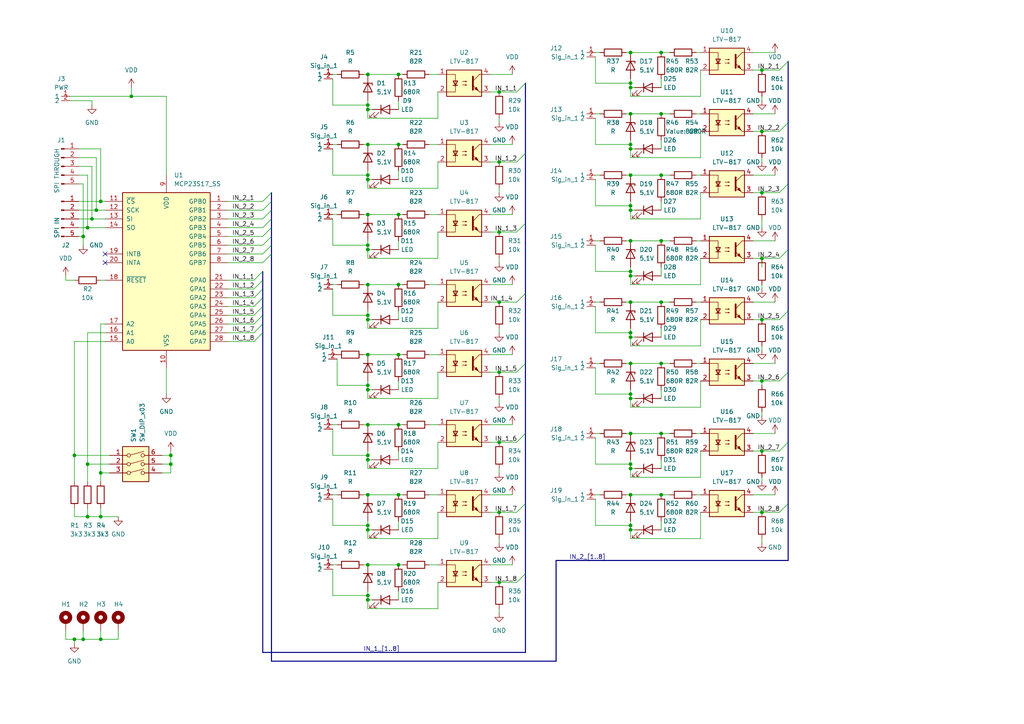
<source format=kicad_sch>
(kicad_sch (version 20230121) (generator eeschema)
  (paper "A4")
  (junction (at 115.57 82.55))
  (junction (at 220.98 55.88))
  (junction (at 182.88 114.3))
  (junction (at 144.78 26.67))
  (junction (at 182.88 59.69))
  (junction (at 106.68 72.39))
  (junction (at 191.77 15.24))
  (junction (at 191.77 69.85))
  (junction (at 115.57 163.83))
  (junction (at 220.98 38.1))
  (junction (at 115.57 62.23))
  (junction (at 106.68 163.83))
  (junction (at 182.88 80.01))
  (junction (at 182.88 25.4))
  (junction (at 182.88 143.51))
  (junction (at 21.59 132.08))
  (junction (at 182.88 33.02))
  (junction (at 182.88 69.85))
  (junction (at 220.98 74.93))
  (junction (at 106.68 123.19))
  (junction (at 182.88 41.91))
  (junction (at 49.53 134.62))
  (junction (at 182.88 105.41))
  (junction (at 115.57 123.19))
  (junction (at 106.68 50.8))
  (junction (at 182.88 134.62))
  (junction (at 106.68 30.48))
  (junction (at 144.78 128.27))
  (junction (at 182.88 125.73))
  (junction (at 182.88 96.52))
  (junction (at 106.68 71.12))
  (junction (at 115.57 143.51))
  (junction (at 220.98 110.49))
  (junction (at 144.78 168.91))
  (junction (at 24.13 68.58))
  (junction (at 220.98 130.81))
  (junction (at 106.68 52.07))
  (junction (at 115.57 21.59))
  (junction (at 106.68 92.71))
  (junction (at 144.78 87.63))
  (junction (at 106.68 91.44))
  (junction (at 144.78 107.95))
  (junction (at 191.77 125.73))
  (junction (at 29.21 185.42))
  (junction (at 106.68 102.87))
  (junction (at 182.88 115.57))
  (junction (at 106.68 62.23))
  (junction (at 106.68 41.91))
  (junction (at 182.88 24.13))
  (junction (at 182.88 50.8))
  (junction (at 144.78 67.31))
  (junction (at 29.21 149.86))
  (junction (at 106.68 133.35))
  (junction (at 220.98 148.59))
  (junction (at 115.57 102.87))
  (junction (at 106.68 82.55))
  (junction (at 38.1 27.94))
  (junction (at 182.88 135.89))
  (junction (at 191.77 87.63))
  (junction (at 182.88 152.4))
  (junction (at 26.67 63.5))
  (junction (at 106.68 173.99))
  (junction (at 220.98 92.71))
  (junction (at 182.88 78.74))
  (junction (at 106.68 132.08))
  (junction (at 182.88 97.79))
  (junction (at 191.77 33.02))
  (junction (at 25.4 134.62))
  (junction (at 24.13 185.42))
  (junction (at 220.98 20.32))
  (junction (at 191.77 50.8))
  (junction (at 27.94 60.96))
  (junction (at 191.77 143.51))
  (junction (at 106.68 152.4))
  (junction (at 49.53 132.08))
  (junction (at 106.68 21.59))
  (junction (at 182.88 87.63))
  (junction (at 25.4 66.04))
  (junction (at 25.4 149.86))
  (junction (at 182.88 153.67))
  (junction (at 106.68 113.03))
  (junction (at 29.21 137.16))
  (junction (at 144.78 148.59))
  (junction (at 29.21 58.42))
  (junction (at 182.88 60.96))
  (junction (at 21.59 185.42))
  (junction (at 106.68 143.51))
  (junction (at 144.78 46.99))
  (junction (at 106.68 172.72))
  (junction (at 106.68 153.67))
  (junction (at 182.88 15.24))
  (junction (at 106.68 31.75))
  (junction (at 182.88 43.18))
  (junction (at 191.77 105.41))
  (junction (at 106.68 111.76))
  (junction (at 115.57 41.91))
  (no_connect (at 30.48 73.66))
  (no_connect (at 30.48 76.2))
  (bus_entry (at 73.66 86.36) (size 2.54 -2.54))
  (bus_entry (at 149.86 148.59) (size 2.54 -2.54))
  (bus_entry (at 73.66 88.9) (size 2.54 -2.54))
  (bus_entry (at 76.2 71.12) (size 2.54 -2.54))
  (bus_entry (at 149.86 168.91) (size 2.54 -2.54))
  (bus_entry (at 149.86 26.67) (size 2.54 -2.54))
  (bus_entry (at 149.86 46.99) (size 2.54 -2.54))
  (bus_entry (at 73.66 96.52) (size 2.54 -2.54))
  (bus_entry (at 149.86 107.95) (size 2.54 -2.54))
  (bus_entry (at 76.2 68.58) (size 2.54 -2.54))
  (bus_entry (at 76.2 60.96) (size 2.54 -2.54))
  (bus_entry (at 226.06 130.81) (size 2.54 -2.54))
  (bus_entry (at 226.06 55.88) (size 2.54 -2.54))
  (bus_entry (at 73.66 91.44) (size 2.54 -2.54))
  (bus_entry (at 76.2 76.2) (size 2.54 -2.54))
  (bus_entry (at 149.86 87.63) (size 2.54 -2.54))
  (bus_entry (at 73.66 99.06) (size 2.54 -2.54))
  (bus_entry (at 76.2 58.42) (size 2.54 -2.54))
  (bus_entry (at 73.66 83.82) (size 2.54 -2.54))
  (bus_entry (at 149.86 67.31) (size 2.54 -2.54))
  (bus_entry (at 149.86 128.27) (size 2.54 -2.54))
  (bus_entry (at 226.06 110.49) (size 2.54 -2.54))
  (bus_entry (at 73.66 81.28) (size 2.54 -2.54))
  (bus_entry (at 226.06 74.93) (size 2.54 -2.54))
  (bus_entry (at 226.06 20.32) (size 2.54 -2.54))
  (bus_entry (at 226.06 38.1) (size 2.54 -2.54))
  (bus_entry (at 76.2 73.66) (size 2.54 -2.54))
  (bus_entry (at 76.2 63.5) (size 2.54 -2.54))
  (bus_entry (at 226.06 92.71) (size 2.54 -2.54))
  (bus_entry (at 76.2 66.04) (size 2.54 -2.54))
  (bus_entry (at 73.66 93.98) (size 2.54 -2.54))
  (bus_entry (at 226.06 148.59) (size 2.54 -2.54))
  (wire (pts (xy 105.41 82.55) (xy 106.68 82.55)))
  (wire (pts (xy 220.98 130.81) (xy 226.06 130.81)))
  (wire (pts (xy 96.52 83.82) (xy 96.52 91.44)))
  (wire (pts (xy 218.44 74.93) (xy 220.98 74.93)))
  (wire (pts (xy 226.06 55.88) (xy 220.98 55.88)))
  (wire (pts (xy 191.77 58.42) (xy 191.77 60.96)))
  (wire (pts (xy 66.04 58.42) (xy 76.2 58.42)))
  (wire (pts (xy 182.88 82.55) (xy 182.88 80.01)))
  (wire (pts (xy 182.88 45.72) (xy 203.2 45.72)))
  (wire (pts (xy 142.24 128.27) (xy 144.78 128.27)))
  (bus (pts (xy 78.74 66.04) (xy 78.74 68.58)))
  (wire (pts (xy 26.67 63.5) (xy 30.48 63.5)))
  (wire (pts (xy 96.52 123.19) (xy 97.79 123.19)))
  (wire (pts (xy 106.68 130.81) (xy 106.68 132.08)))
  (wire (pts (xy 96.52 82.55) (xy 97.79 82.55)))
  (wire (pts (xy 182.88 151.13) (xy 182.88 152.4)))
  (wire (pts (xy 22.86 50.8) (xy 25.4 50.8)))
  (wire (pts (xy 19.05 185.42) (xy 21.59 185.42)))
  (wire (pts (xy 106.68 72.39) (xy 106.68 71.12)))
  (bus (pts (xy 161.29 191.77) (xy 161.29 162.56)))
  (wire (pts (xy 191.77 143.51) (xy 194.31 143.51)))
  (wire (pts (xy 106.68 34.29) (xy 106.68 31.75)))
  (wire (pts (xy 191.77 113.03) (xy 191.77 115.57)))
  (bus (pts (xy 76.2 91.44) (xy 76.2 93.98)))
  (wire (pts (xy 22.86 43.18) (xy 29.21 43.18)))
  (wire (pts (xy 106.68 31.75) (xy 106.68 30.48)))
  (wire (pts (xy 191.77 50.8) (xy 194.31 50.8)))
  (wire (pts (xy 182.88 63.5) (xy 182.88 60.96)))
  (wire (pts (xy 21.59 147.32) (xy 21.59 149.86)))
  (wire (pts (xy 25.4 147.32) (xy 25.4 149.86)))
  (wire (pts (xy 181.61 33.02) (xy 182.88 33.02)))
  (wire (pts (xy 172.72 41.91) (xy 182.88 41.91)))
  (wire (pts (xy 172.72 144.78) (xy 172.72 152.4)))
  (bus (pts (xy 228.6 107.95) (xy 228.6 128.27)))
  (wire (pts (xy 26.67 29.21) (xy 26.67 30.48)))
  (wire (pts (xy 181.61 125.73) (xy 182.88 125.73)))
  (wire (pts (xy 66.04 66.04) (xy 76.2 66.04)))
  (bus (pts (xy 152.4 105.41) (xy 152.4 125.73)))
  (wire (pts (xy 218.44 69.85) (xy 224.79 69.85)))
  (wire (pts (xy 191.77 95.25) (xy 191.77 97.79)))
  (bus (pts (xy 152.4 64.77) (xy 152.4 85.09)))
  (wire (pts (xy 144.78 115.57) (xy 144.78 116.84)))
  (wire (pts (xy 182.88 27.94) (xy 203.2 27.94)))
  (wire (pts (xy 25.4 134.62) (xy 25.4 139.7)))
  (wire (pts (xy 30.48 99.06) (xy 21.59 99.06)))
  (wire (pts (xy 115.57 102.87) (xy 116.84 102.87)))
  (bus (pts (xy 228.6 90.17) (xy 228.6 107.95)))
  (wire (pts (xy 203.2 92.71) (xy 203.2 100.33)))
  (wire (pts (xy 29.21 182.88) (xy 29.21 185.42)))
  (wire (pts (xy 96.52 124.46) (xy 96.52 132.08)))
  (wire (pts (xy 220.98 156.21) (xy 220.98 157.48)))
  (wire (pts (xy 29.21 139.7) (xy 29.21 137.16)))
  (wire (pts (xy 66.04 71.12) (xy 76.2 71.12)))
  (wire (pts (xy 144.78 54.61) (xy 144.78 55.88)))
  (wire (pts (xy 106.68 74.93) (xy 106.68 72.39)))
  (wire (pts (xy 22.86 63.5) (xy 26.67 63.5)))
  (wire (pts (xy 142.24 46.99) (xy 144.78 46.99)))
  (wire (pts (xy 182.88 60.96) (xy 182.88 59.69)))
  (wire (pts (xy 106.68 52.07) (xy 106.68 54.61)))
  (wire (pts (xy 181.61 69.85) (xy 182.88 69.85)))
  (wire (pts (xy 182.88 143.51) (xy 191.77 143.51)))
  (wire (pts (xy 115.57 21.59) (xy 116.84 21.59)))
  (wire (pts (xy 29.21 58.42) (xy 30.48 58.42)))
  (wire (pts (xy 182.88 118.11) (xy 182.88 115.57)))
  (wire (pts (xy 29.21 93.98) (xy 30.48 93.98)))
  (wire (pts (xy 203.2 100.33) (xy 182.88 100.33)))
  (wire (pts (xy 124.46 143.51) (xy 127 143.51)))
  (wire (pts (xy 182.88 133.35) (xy 182.88 134.62)))
  (wire (pts (xy 106.68 115.57) (xy 106.68 113.03)))
  (wire (pts (xy 124.46 21.59) (xy 127 21.59)))
  (wire (pts (xy 172.72 106.68) (xy 172.72 114.3)))
  (wire (pts (xy 124.46 62.23) (xy 127 62.23)))
  (wire (pts (xy 66.04 88.9) (xy 73.66 88.9)))
  (wire (pts (xy 66.04 76.2) (xy 76.2 76.2)))
  (wire (pts (xy 106.68 123.19) (xy 115.57 123.19)))
  (wire (pts (xy 181.61 50.8) (xy 182.88 50.8)))
  (bus (pts (xy 152.4 146.05) (xy 152.4 166.37)))
  (wire (pts (xy 24.13 185.42) (xy 21.59 185.42)))
  (wire (pts (xy 181.61 15.24) (xy 182.88 15.24)))
  (wire (pts (xy 46.99 132.08) (xy 49.53 132.08)))
  (wire (pts (xy 203.2 118.11) (xy 182.88 118.11)))
  (wire (pts (xy 124.46 41.91) (xy 127 41.91)))
  (wire (pts (xy 29.21 93.98) (xy 29.21 137.16)))
  (wire (pts (xy 181.61 87.63) (xy 182.88 87.63)))
  (wire (pts (xy 115.57 151.13) (xy 115.57 153.67)))
  (wire (pts (xy 144.78 67.31) (xy 149.86 67.31)))
  (wire (pts (xy 96.52 71.12) (xy 106.68 71.12)))
  (wire (pts (xy 46.99 134.62) (xy 49.53 134.62)))
  (wire (pts (xy 172.72 16.51) (xy 172.72 24.13)))
  (bus (pts (xy 78.74 73.66) (xy 78.74 191.77)))
  (wire (pts (xy 115.57 130.81) (xy 115.57 133.35)))
  (wire (pts (xy 106.68 34.29) (xy 127 34.29)))
  (wire (pts (xy 66.04 91.44) (xy 73.66 91.44)))
  (wire (pts (xy 115.57 123.19) (xy 116.84 123.19)))
  (wire (pts (xy 191.77 15.24) (xy 194.31 15.24)))
  (wire (pts (xy 29.21 185.42) (xy 24.13 185.42)))
  (wire (pts (xy 106.68 171.45) (xy 106.68 172.72)))
  (wire (pts (xy 106.68 92.71) (xy 106.68 91.44)))
  (wire (pts (xy 127 87.63) (xy 127 95.25)))
  (wire (pts (xy 106.68 173.99) (xy 107.95 173.99)))
  (wire (pts (xy 144.78 107.95) (xy 149.86 107.95)))
  (wire (pts (xy 142.24 163.83) (xy 148.59 163.83)))
  (bus (pts (xy 152.4 85.09) (xy 152.4 105.41)))
  (wire (pts (xy 96.52 41.91) (xy 97.79 41.91)))
  (wire (pts (xy 181.61 105.41) (xy 182.88 105.41)))
  (wire (pts (xy 96.52 21.59) (xy 97.79 21.59)))
  (wire (pts (xy 22.86 58.42) (xy 29.21 58.42)))
  (wire (pts (xy 142.24 143.51) (xy 148.59 143.51)))
  (wire (pts (xy 19.05 80.01) (xy 19.05 81.28)))
  (wire (pts (xy 142.24 102.87) (xy 148.59 102.87)))
  (wire (pts (xy 105.41 163.83) (xy 106.68 163.83)))
  (wire (pts (xy 24.13 53.34) (xy 24.13 68.58)))
  (bus (pts (xy 76.2 86.36) (xy 76.2 88.9)))
  (wire (pts (xy 115.57 90.17) (xy 115.57 92.71)))
  (bus (pts (xy 152.4 125.73) (xy 152.4 146.05)))
  (wire (pts (xy 49.53 132.08) (xy 49.53 130.81)))
  (wire (pts (xy 106.68 173.99) (xy 106.68 172.72)))
  (wire (pts (xy 97.79 111.76) (xy 106.68 111.76)))
  (wire (pts (xy 144.78 148.59) (xy 149.86 148.59)))
  (wire (pts (xy 127 26.67) (xy 127 34.29)))
  (wire (pts (xy 182.88 100.33) (xy 182.88 97.79)))
  (wire (pts (xy 26.67 48.26) (xy 26.67 63.5)))
  (bus (pts (xy 152.4 24.13) (xy 152.4 44.45)))
  (wire (pts (xy 29.21 81.28) (xy 30.48 81.28)))
  (wire (pts (xy 142.24 67.31) (xy 144.78 67.31)))
  (wire (pts (xy 127 168.91) (xy 127 176.53)))
  (wire (pts (xy 220.98 100.33) (xy 220.98 101.6)))
  (wire (pts (xy 182.88 153.67) (xy 182.88 152.4)))
  (wire (pts (xy 38.1 25.4) (xy 38.1 27.94)))
  (wire (pts (xy 96.52 152.4) (xy 106.68 152.4)))
  (wire (pts (xy 201.93 15.24) (xy 203.2 15.24)))
  (wire (pts (xy 21.59 81.28) (xy 19.05 81.28)))
  (wire (pts (xy 22.86 68.58) (xy 24.13 68.58)))
  (wire (pts (xy 191.77 77.47) (xy 191.77 80.01)))
  (wire (pts (xy 106.68 82.55) (xy 115.57 82.55)))
  (wire (pts (xy 218.44 143.51) (xy 224.79 143.51)))
  (wire (pts (xy 144.78 135.89) (xy 144.78 137.16)))
  (wire (pts (xy 24.13 182.88) (xy 24.13 185.42)))
  (wire (pts (xy 203.2 74.93) (xy 203.2 82.55)))
  (wire (pts (xy 29.21 137.16) (xy 31.75 137.16)))
  (wire (pts (xy 218.44 20.32) (xy 220.98 20.32)))
  (wire (pts (xy 142.24 168.91) (xy 144.78 168.91)))
  (wire (pts (xy 115.57 49.53) (xy 115.57 52.07)))
  (wire (pts (xy 172.72 134.62) (xy 182.88 134.62)))
  (wire (pts (xy 115.57 143.51) (xy 116.84 143.51)))
  (wire (pts (xy 182.88 22.86) (xy 182.88 24.13)))
  (bus (pts (xy 78.74 68.58) (xy 78.74 71.12)))
  (wire (pts (xy 22.86 53.34) (xy 24.13 53.34)))
  (wire (pts (xy 96.52 132.08) (xy 106.68 132.08)))
  (wire (pts (xy 203.2 55.88) (xy 203.2 63.5)))
  (bus (pts (xy 76.2 83.82) (xy 76.2 86.36)))
  (wire (pts (xy 96.52 30.48) (xy 106.68 30.48)))
  (wire (pts (xy 106.68 21.59) (xy 115.57 21.59)))
  (bus (pts (xy 228.6 35.56) (xy 228.6 53.34)))
  (wire (pts (xy 201.93 143.51) (xy 203.2 143.51)))
  (bus (pts (xy 228.6 72.39) (xy 228.6 90.17)))
  (wire (pts (xy 144.78 46.99) (xy 149.86 46.99)))
  (wire (pts (xy 96.52 165.1) (xy 96.52 172.72)))
  (wire (pts (xy 106.68 113.03) (xy 106.68 111.76)))
  (wire (pts (xy 218.44 55.88) (xy 220.98 55.88)))
  (wire (pts (xy 203.2 20.32) (xy 203.2 27.94)))
  (wire (pts (xy 96.52 144.78) (xy 96.52 152.4)))
  (wire (pts (xy 142.24 82.55) (xy 148.59 82.55)))
  (wire (pts (xy 172.72 88.9) (xy 172.72 96.52)))
  (bus (pts (xy 76.2 88.9) (xy 76.2 91.44)))
  (wire (pts (xy 182.88 105.41) (xy 191.77 105.41)))
  (wire (pts (xy 24.13 68.58) (xy 24.13 71.12)))
  (wire (pts (xy 182.88 156.21) (xy 182.88 153.67)))
  (wire (pts (xy 106.68 62.23) (xy 115.57 62.23)))
  (wire (pts (xy 66.04 86.36) (xy 73.66 86.36)))
  (wire (pts (xy 96.52 91.44) (xy 106.68 91.44)))
  (wire (pts (xy 105.41 41.91) (xy 106.68 41.91)))
  (wire (pts (xy 46.99 137.16) (xy 49.53 137.16)))
  (wire (pts (xy 144.78 168.91) (xy 149.86 168.91)))
  (wire (pts (xy 144.78 34.29) (xy 144.78 35.56)))
  (wire (pts (xy 203.2 148.59) (xy 203.2 156.21)))
  (wire (pts (xy 106.68 153.67) (xy 107.95 153.67)))
  (bus (pts (xy 78.74 191.77) (xy 161.29 191.77)))
  (wire (pts (xy 106.68 54.61) (xy 127 54.61)))
  (wire (pts (xy 182.88 115.57) (xy 184.15 115.57)))
  (wire (pts (xy 49.53 134.62) (xy 49.53 132.08)))
  (wire (pts (xy 182.88 27.94) (xy 182.88 25.4)))
  (wire (pts (xy 172.72 69.85) (xy 173.99 69.85)))
  (wire (pts (xy 203.2 130.81) (xy 203.2 138.43)))
  (wire (pts (xy 66.04 73.66) (xy 76.2 73.66)))
  (wire (pts (xy 144.78 87.63) (xy 149.86 87.63)))
  (wire (pts (xy 218.44 148.59) (xy 220.98 148.59)))
  (wire (pts (xy 21.59 185.42) (xy 21.59 186.69)))
  (wire (pts (xy 218.44 130.81) (xy 220.98 130.81)))
  (wire (pts (xy 218.44 125.73) (xy 224.79 125.73)))
  (wire (pts (xy 106.68 133.35) (xy 106.68 132.08)))
  (wire (pts (xy 105.41 102.87) (xy 106.68 102.87)))
  (bus (pts (xy 78.74 55.88) (xy 78.74 58.42)))
  (wire (pts (xy 96.52 50.8) (xy 106.68 50.8)))
  (wire (pts (xy 144.78 74.93) (xy 144.78 76.2)))
  (wire (pts (xy 25.4 96.52) (xy 30.48 96.52)))
  (wire (pts (xy 220.98 45.72) (xy 220.98 46.99)))
  (wire (pts (xy 172.72 24.13) (xy 182.88 24.13)))
  (wire (pts (xy 142.24 123.19) (xy 148.59 123.19)))
  (wire (pts (xy 66.04 96.52) (xy 73.66 96.52)))
  (wire (pts (xy 115.57 163.83) (xy 116.84 163.83)))
  (wire (pts (xy 172.72 114.3) (xy 182.88 114.3)))
  (wire (pts (xy 220.98 110.49) (xy 226.06 110.49)))
  (wire (pts (xy 115.57 29.21) (xy 115.57 31.75)))
  (wire (pts (xy 191.77 133.35) (xy 191.77 135.89)))
  (wire (pts (xy 144.78 176.53) (xy 144.78 177.8)))
  (wire (pts (xy 66.04 60.96) (xy 76.2 60.96)))
  (wire (pts (xy 172.72 125.73) (xy 173.99 125.73)))
  (wire (pts (xy 105.41 123.19) (xy 106.68 123.19)))
  (bus (pts (xy 228.6 128.27) (xy 228.6 146.05)))
  (wire (pts (xy 22.86 60.96) (xy 27.94 60.96)))
  (wire (pts (xy 106.68 50.8) (xy 106.68 52.07)))
  (wire (pts (xy 203.2 156.21) (xy 182.88 156.21)))
  (wire (pts (xy 182.88 80.01) (xy 182.88 78.74)))
  (wire (pts (xy 144.78 95.25) (xy 144.78 96.52)))
  (bus (pts (xy 152.4 44.45) (xy 152.4 64.77)))
  (wire (pts (xy 48.26 27.94) (xy 48.26 50.8)))
  (wire (pts (xy 218.44 87.63) (xy 224.79 87.63)))
  (wire (pts (xy 107.95 52.07) (xy 106.68 52.07)))
  (wire (pts (xy 218.44 105.41) (xy 224.79 105.41)))
  (wire (pts (xy 220.98 82.55) (xy 220.98 83.82)))
  (bus (pts (xy 76.2 93.98) (xy 76.2 96.52)))
  (wire (pts (xy 182.88 97.79) (xy 184.15 97.79)))
  (wire (pts (xy 220.98 148.59) (xy 226.06 148.59)))
  (wire (pts (xy 127 46.99) (xy 127 54.61)))
  (wire (pts (xy 106.68 110.49) (xy 106.68 111.76)))
  (wire (pts (xy 191.77 125.73) (xy 194.31 125.73)))
  (wire (pts (xy 29.21 147.32) (xy 29.21 149.86)))
  (wire (pts (xy 191.77 151.13) (xy 191.77 153.67)))
  (wire (pts (xy 191.77 22.86) (xy 191.77 25.4)))
  (wire (pts (xy 106.68 72.39) (xy 107.95 72.39)))
  (wire (pts (xy 21.59 99.06) (xy 21.59 132.08)))
  (wire (pts (xy 127 107.95) (xy 127 115.57)))
  (wire (pts (xy 106.68 153.67) (xy 106.68 152.4)))
  (wire (pts (xy 182.88 113.03) (xy 182.88 114.3)))
  (wire (pts (xy 201.93 87.63) (xy 203.2 87.63)))
  (wire (pts (xy 105.41 62.23) (xy 106.68 62.23)))
  (wire (pts (xy 182.88 15.24) (xy 191.77 15.24)))
  (wire (pts (xy 182.88 87.63) (xy 191.77 87.63)))
  (wire (pts (xy 182.88 115.57) (xy 182.88 114.3)))
  (wire (pts (xy 201.93 33.02) (xy 203.2 33.02)))
  (wire (pts (xy 96.52 62.23) (xy 97.79 62.23)))
  (wire (pts (xy 22.86 66.04) (xy 25.4 66.04)))
  (wire (pts (xy 106.68 102.87) (xy 115.57 102.87)))
  (wire (pts (xy 172.72 96.52) (xy 182.88 96.52)))
  (wire (pts (xy 27.94 60.96) (xy 30.48 60.96)))
  (wire (pts (xy 172.72 105.41) (xy 173.99 105.41)))
  (wire (pts (xy 142.24 107.95) (xy 144.78 107.95)))
  (wire (pts (xy 182.88 135.89) (xy 184.15 135.89)))
  (wire (pts (xy 106.68 115.57) (xy 127 115.57)))
  (wire (pts (xy 218.44 50.8) (xy 224.79 50.8)))
  (wire (pts (xy 220.98 92.71) (xy 226.06 92.71)))
  (wire (pts (xy 106.68 113.03) (xy 107.95 113.03)))
  (wire (pts (xy 182.88 45.72) (xy 182.88 43.18)))
  (bus (pts (xy 161.29 162.56) (xy 228.6 162.56)))
  (wire (pts (xy 218.44 15.24) (xy 224.79 15.24)))
  (wire (pts (xy 172.72 87.63) (xy 173.99 87.63)))
  (wire (pts (xy 203.2 82.55) (xy 182.88 82.55)))
  (wire (pts (xy 201.93 50.8) (xy 203.2 50.8)))
  (wire (pts (xy 218.44 110.49) (xy 220.98 110.49)))
  (wire (pts (xy 220.98 119.38) (xy 220.98 120.65)))
  (wire (pts (xy 106.68 74.93) (xy 127 74.93)))
  (wire (pts (xy 172.72 59.69) (xy 182.88 59.69)))
  (wire (pts (xy 31.75 134.62) (xy 25.4 134.62)))
  (bus (pts (xy 78.74 60.96) (xy 78.74 63.5)))
  (wire (pts (xy 25.4 149.86) (xy 21.59 149.86)))
  (wire (pts (xy 144.78 26.67) (xy 149.86 26.67)))
  (wire (pts (xy 106.68 31.75) (xy 107.95 31.75)))
  (wire (pts (xy 218.44 92.71) (xy 220.98 92.71)))
  (wire (pts (xy 106.68 29.21) (xy 106.68 30.48)))
  (wire (pts (xy 182.88 138.43) (xy 182.88 135.89)))
  (wire (pts (xy 124.46 82.55) (xy 127 82.55)))
  (wire (pts (xy 27.94 45.72) (xy 27.94 60.96)))
  (wire (pts (xy 201.93 105.41) (xy 203.2 105.41)))
  (wire (pts (xy 106.68 69.85) (xy 106.68 71.12)))
  (wire (pts (xy 172.72 52.07) (xy 172.72 59.69)))
  (wire (pts (xy 115.57 82.55) (xy 116.84 82.55)))
  (wire (pts (xy 142.24 62.23) (xy 148.59 62.23)))
  (wire (pts (xy 66.04 83.82) (xy 73.66 83.82)))
  (wire (pts (xy 220.98 74.93) (xy 220.98 77.47)))
  (wire (pts (xy 106.68 41.91) (xy 115.57 41.91)))
  (wire (pts (xy 182.88 125.73) (xy 191.77 125.73)))
  (wire (pts (xy 115.57 110.49) (xy 115.57 113.03)))
  (wire (pts (xy 31.75 132.08) (xy 21.59 132.08)))
  (wire (pts (xy 182.88 77.47) (xy 182.88 78.74)))
  (bus (pts (xy 228.6 17.78) (xy 228.6 35.56)))
  (wire (pts (xy 220.98 110.49) (xy 220.98 111.76)))
  (wire (pts (xy 34.29 149.86) (xy 29.21 149.86)))
  (wire (pts (xy 172.72 33.02) (xy 173.99 33.02)))
  (wire (pts (xy 25.4 96.52) (xy 25.4 134.62)))
  (wire (pts (xy 172.72 50.8) (xy 173.99 50.8)))
  (wire (pts (xy 203.2 110.49) (xy 203.2 118.11)))
  (wire (pts (xy 220.98 38.1) (xy 226.06 38.1)))
  (wire (pts (xy 115.57 171.45) (xy 115.57 173.99)))
  (wire (pts (xy 142.24 21.59) (xy 148.59 21.59)))
  (wire (pts (xy 106.68 156.21) (xy 127 156.21)))
  (bus (pts (xy 228.6 53.34) (xy 228.6 72.39)))
  (wire (pts (xy 203.2 38.1) (xy 203.2 45.72)))
  (bus (pts (xy 228.6 146.05) (xy 228.6 162.56)))
  (wire (pts (xy 191.77 105.41) (xy 194.31 105.41)))
  (wire (pts (xy 115.57 69.85) (xy 115.57 72.39)))
  (wire (pts (xy 182.88 80.01) (xy 184.15 80.01)))
  (wire (pts (xy 105.41 21.59) (xy 106.68 21.59)))
  (wire (pts (xy 182.88 25.4) (xy 182.88 24.13)))
  (wire (pts (xy 191.77 40.64) (xy 191.77 43.18)))
  (wire (pts (xy 106.68 176.53) (xy 127 176.53)))
  (wire (pts (xy 96.52 22.86) (xy 96.52 30.48)))
  (wire (pts (xy 144.78 128.27) (xy 149.86 128.27)))
  (wire (pts (xy 124.46 102.87) (xy 127 102.87)))
  (wire (pts (xy 66.04 81.28) (xy 73.66 81.28)))
  (bus (pts (xy 78.74 71.12) (xy 78.74 73.66)))
  (wire (pts (xy 181.61 143.51) (xy 182.88 143.51)))
  (bus (pts (xy 76.2 96.52) (xy 76.2 189.23)))
  (wire (pts (xy 201.93 69.85) (xy 203.2 69.85)))
  (wire (pts (xy 49.53 137.16) (xy 49.53 134.62)))
  (wire (pts (xy 106.68 176.53) (xy 106.68 173.99)))
  (wire (pts (xy 172.72 127) (xy 172.72 134.62)))
  (wire (pts (xy 172.72 15.24) (xy 173.99 15.24)))
  (wire (pts (xy 106.68 90.17) (xy 106.68 91.44)))
  (wire (pts (xy 105.41 143.51) (xy 106.68 143.51)))
  (wire (pts (xy 182.88 97.79) (xy 182.88 96.52)))
  (wire (pts (xy 191.77 87.63) (xy 194.31 87.63)))
  (wire (pts (xy 96.52 172.72) (xy 106.68 172.72)))
  (wire (pts (xy 142.24 87.63) (xy 144.78 87.63)))
  (wire (pts (xy 97.79 104.14) (xy 97.79 111.76)))
  (wire (pts (xy 191.77 69.85) (xy 194.31 69.85)))
  (wire (pts (xy 22.86 45.72) (xy 27.94 45.72)))
  (wire (pts (xy 182.88 58.42) (xy 182.88 59.69)))
  (wire (pts (xy 66.04 99.06) (xy 73.66 99.06)))
  (wire (pts (xy 124.46 123.19) (xy 127 123.19)))
  (wire (pts (xy 106.68 135.89) (xy 106.68 133.35)))
  (wire (pts (xy 220.98 74.93) (xy 226.06 74.93)))
  (wire (pts (xy 220.98 138.43) (xy 220.98 139.7)))
  (wire (pts (xy 66.04 68.58) (xy 76.2 68.58)))
  (wire (pts (xy 115.57 62.23) (xy 116.84 62.23)))
  (wire (pts (xy 66.04 63.5) (xy 76.2 63.5)))
  (wire (pts (xy 29.21 149.86) (xy 25.4 149.86)))
  (wire (pts (xy 172.72 78.74) (xy 182.88 78.74)))
  (wire (pts (xy 25.4 66.04) (xy 30.48 66.04)))
  (wire (pts (xy 172.72 143.51) (xy 173.99 143.51)))
  (wire (pts (xy 106.68 92.71) (xy 107.95 92.71)))
  (bus (pts (xy 76.2 189.23) (xy 152.4 189.23)))
  (wire (pts (xy 124.46 163.83) (xy 127 163.83)))
  (wire (pts (xy 106.68 163.83) (xy 115.57 163.83)))
  (wire (pts (xy 172.72 71.12) (xy 172.72 78.74)))
  (bus (pts (xy 78.74 63.5) (xy 78.74 66.04)))
  (wire (pts (xy 182.88 135.89) (xy 182.88 134.62)))
  (wire (pts (xy 106.68 135.89) (xy 127 135.89)))
  (wire (pts (xy 106.68 95.25) (xy 127 95.25)))
  (wire (pts (xy 34.29 185.42) (xy 29.21 185.42)))
  (wire (pts (xy 127 148.59) (xy 127 156.21)))
  (wire (pts (xy 25.4 50.8) (xy 25.4 66.04)))
  (wire (pts (xy 191.77 33.02) (xy 194.31 33.02)))
  (wire (pts (xy 20.32 29.21) (xy 26.67 29.21)))
  (wire (pts (xy 96.52 143.51) (xy 97.79 143.51)))
  (wire (pts (xy 142.24 148.59) (xy 144.78 148.59)))
  (wire (pts (xy 96.52 63.5) (xy 96.52 71.12)))
  (wire (pts (xy 22.86 48.26) (xy 26.67 48.26)))
  (wire (pts (xy 218.44 38.1) (xy 220.98 38.1)))
  (wire (pts (xy 115.57 41.91) (xy 116.84 41.91)))
  (wire (pts (xy 106.68 49.53) (xy 106.68 50.8)))
  (wire (pts (xy 144.78 156.21) (xy 144.78 157.48)))
  (wire (pts (xy 142.24 41.91) (xy 148.59 41.91)))
  (wire (pts (xy 106.68 143.51) (xy 115.57 143.51)))
  (bus (pts (xy 152.4 166.37) (xy 152.4 189.23)))
  (wire (pts (xy 66.04 93.98) (xy 73.66 93.98)))
  (wire (pts (xy 182.88 43.18) (xy 182.88 41.91)))
  (wire (pts (xy 106.68 133.35) (xy 107.95 133.35)))
  (wire (pts (xy 142.24 26.67) (xy 144.78 26.67)))
  (wire (pts (xy 127 67.31) (xy 127 74.93)))
  (wire (pts (xy 220.98 20.32) (xy 226.06 20.32)))
  (wire (pts (xy 220.98 63.5) (xy 220.98 66.04)))
  (wire (pts (xy 48.26 106.68) (xy 48.26 114.3)))
  (wire (pts (xy 106.68 95.25) (xy 106.68 92.71)))
  (wire (pts (xy 182.88 43.18) (xy 184.15 43.18)))
  (wire (pts (xy 127 128.27) (xy 127 135.89)))
  (wire (pts (xy 21.59 132.08) (xy 21.59 139.7)))
  (wire (pts (xy 34.29 182.88) (xy 34.29 185.42)))
  (wire (pts (xy 182.88 33.02) (xy 191.77 33.02)))
  (wire (pts (xy 182.88 69.85) (xy 191.77 69.85)))
  (wire (pts (xy 182.88 60.96) (xy 184.15 60.96)))
  (wire (pts (xy 182.88 153.67) (xy 184.15 153.67)))
  (wire (pts (xy 172.72 34.29) (xy 172.72 41.91)))
  (wire (pts (xy 96.52 43.18) (xy 96.52 50.8)))
  (wire (pts (xy 29.21 43.18) (xy 29.21 58.42)))
  (wire (pts (xy 172.72 152.4) (xy 182.88 152.4)))
  (wire (pts (xy 106.68 156.21) (xy 106.68 153.67)))
  (wire (pts (xy 182.88 95.25) (xy 182.88 96.52)))
  (wire (pts (xy 184.15 25.4) (xy 182.88 25.4)))
  (wire (pts (xy 19.05 182.88) (xy 19.05 185.42)))
  (wire (pts (xy 182.88 40.64) (xy 182.88 41.91)))
  (bus (pts (xy 76.2 78.74) (xy 76.2 81.28)))
  (wire (pts (xy 203.2 63.5) (xy 182.88 63.5)))
  (wire (pts (xy 201.93 125.73) (xy 203.2 125.73)))
  (wire (pts (xy 182.88 50.8) (xy 191.77 50.8)))
  (wire (pts (xy 203.2 138.43) (xy 182.88 138.43)))
  (bus (pts (xy 76.2 81.28) (xy 76.2 83.82)))
  (wire (pts (xy 20.32 27.94) (xy 38.1 27.94)))
  (wire (pts (xy 220.98 27.94) (xy 220.98 29.21)))
  (wire (pts (xy 218.44 33.02) (xy 224.79 33.02)))
  (wire (pts (xy 106.68 151.13) (xy 106.68 152.4)))
  (wire (pts (xy 38.1 27.94) (xy 48.26 27.94)))
  (bus (pts (xy 78.74 58.42) (xy 78.74 60.96)))
  (wire (pts (xy 96.52 163.83) (xy 97.79 163.83)))
  (label "IN_1_[1..8]" (at 105.41 189.23 0))
  (label "IN_2_[1..8]" (at 165.1 162.56 0))
  (label "IN_1_6" (at 143.51 128.27 0))
  (label "IN_2_1" (at 219.71 20.32 0))
  (label "IN_1_4" (at 142.24 87.63 0))
  (label "IN_2_4" (at 219.71 74.93 0))
  (label "IN_2_6" (at 219.71 110.49 0))
  (label "IN_1_8" (at 143.51 168.91 0))
  (label "IN_2_8" (at 67.31 76.2 0))
  (label "IN_1_5" (at 143.51 107.95 0))
  (label "IN_2_7" (at 219.71 130.81 0))
  (label "IN_1_2" (at 143.51 46.99 0))
  (label "IN_1_5" (at 67.31 91.44 0))
  (label "IN_2_2" (at 67.31 60.96 0))
  (label "IN_1_8" (at 67.31 99.06 0))
  (label "IN_2_1" (at 67.31 58.42 0))
  (label "IN_2_8" (at 219.71 148.59 0))
  (label "IN_2_5" (at 67.31 68.58 0))
  (label "IN_2_3" (at 219.71 55.88 0))
  (label "IN_2_6" (at 67.31 71.12 0))
  (label "IN_1_6" (at 67.31 93.98 0))
  (label "IN_2_5" (at 219.71 92.71 0))
  (label "IN_1_3" (at 143.51 67.31 0))
  (label "IN_1_7" (at 143.51 148.59 0))
  (label "IN_1_1" (at 67.31 81.28 0))
  (label "IN_1_4" (at 67.31 88.9 0))
  (label "IN_1_3" (at 67.31 86.36 0))
  (label "IN_1_1" (at 143.51 26.67 0))
  (label "IN_2_3" (at 67.31 63.5 0))
  (label "IN_1_7" (at 67.31 96.52 0))
  (label "IN_1_2" (at 67.31 83.82 0))
  (label "IN_2_7" (at 67.31 73.66 0))
  (label "IN_2_4" (at 67.31 66.04 0))
  (label "IN_2_2" (at 219.71 38.1 0))
  (symbol (lib_id "Isolator:LTV-817") (at 210.82 53.34 0) (unit 1)
    (property "Reference" "U12" (at 210.82 44.45 0))
    (property "Value" "LTV-817" (at 210.82 46.99 0))
    (property "Footprint" "Package_DIP:DIP-4_W7.62mm" (effects hide))
    (property "Datasheet" "http://www.us.liteon.com/downloads/LTV-817-827-847.PDF" (effects hide))
  )
  (symbol (lib_id "Device:R") (at 220.98 78.74 0) (unit 1)
    (property "Reference" "R64" (at 223.52 77.47 0) (effects (justify left)))
    (property "Value" "10k" (at 223.52 80.01 0) (effects (justify left)))
    (property "Footprint" "Resistor_SMD:R_0603_1608Metric_Pad0.98x0.95mm_HandSolder" (effects hide))
  )
  (symbol (lib_id "Device:R") (at 220.98 115.57 0) (unit 1)
    (property "Reference" "R66" (at 223.52 114.3 0) (effects (justify left)))
    (property "Value" "10k" (at 223.52 116.84 0) (effects (justify left)))
    (property "Footprint" "Resistor_SMD:R_0603_1608Metric_Pad0.98x0.95mm_HandSolder" (effects hide))
  )
  (symbol (lib_id "Device:R") (at 120.65 21.59 90) (unit 1)
    (property "Reference" "R21" (at 120.65 15.24 90))
    (property "Value" "82R" (at 120.65 17.78 90))
    (property "Footprint" "Resistor_SMD:R_0603_1608Metric_Pad0.98x0.95mm_HandSolder" (effects hide))
  )
  (symbol (lib_id "Isolator:LTV-817") (at 134.62 146.05 0) (unit 1)
    (property "Reference" "U8" (at 134.62 137.16 0))
    (property "Value" "LTV-817" (at 134.62 139.7 0))
    (property "Footprint" "Package_DIP:DIP-4_W7.62mm" (effects hide))
    (property "Datasheet" "http://www.us.liteon.com/downloads/LTV-817-827-847.PDF" (effects hide))
  )
  (symbol (lib_id "Device:R") (at 144.78 30.48 0) (unit 1)
    (property "Reference" "R29" (at 147.32 29.21 0) (effects (justify left)))
    (property "Value" "10k" (at 147.32 31.75 0) (effects (justify left)))
    (property "Footprint" "Resistor_SMD:R_0603_1608Metric_Pad0.98x0.95mm_HandSolder" (effects hide))
  )
  (symbol (lib_id "Device:D_Zener") (at 182.88 91.44 270) (unit 1)
    (property "Reference" "D21" (at 185.42 90.17 90) (effects (justify left)))
    (property "Value" "5,1V" (at 185.42 92.71 90) (effects (justify left)))
    (property "Footprint" "Diode_SMD:D_MiniMELF_Handsoldering" (effects hide))
  )
  (symbol (lib_id "Device:R") (at 29.21 143.51 0) (unit 1)
    (property "Reference" "R4" (at 27.94 152.4 0) (effects (justify left)))
    (property "Value" "3k3" (at 27.94 154.94 0) (effects (justify left)))
    (property "Footprint" "Resistor_SMD:R_0603_1608Metric_Pad0.98x0.95mm_HandSolder" (effects hide))
  )
  (symbol (lib_id "parts_tma_1:AST_041-2") (at 171.45 144.78 0) (mirror y) (unit 1)
    (property "Reference" "J19" (at 161.29 142.24 0))
    (property "Value" "Sig_in_1" (at 163.83 144.78 0))
    (property "Footprint" "parts_tma_1:AST_041-2" (effects hide))
  )
  (symbol (lib_id "power:VDD") (at 148.59 82.55 0) (unit 1)
    (property "Reference" "#PWR020" (effects hide))
    (property "Value" "VDD" (at 148.59 77.47 0))
  )
  (symbol (lib_id "power:VDD") (at 49.53 130.81 0) (unit 1)
    (property "Reference" "#PWR08" (effects hide))
    (property "Value" "VDD" (at 49.53 125.73 0))
  )
  (symbol (lib_id "Isolator:LTV-817") (at 210.82 17.78 0) (unit 1)
    (property "Reference" "U10" (at 210.82 8.89 0))
    (property "Value" "LTV-817" (at 210.82 11.43 0))
    (property "Footprint" "Package_DIP:DIP-4_W7.62mm" (effects hide))
    (property "Datasheet" "http://www.us.liteon.com/downloads/LTV-817-827-847.PDF" (effects hide))
  )
  (symbol (lib_id "Device:R") (at 21.59 143.51 0) (unit 1)
    (property "Reference" "R1" (at 20.32 152.4 0) (effects (justify left)))
    (property "Value" "3k3" (at 20.32 154.94 0) (effects (justify left)))
    (property "Footprint" "Resistor_SMD:R_0603_1608Metric_Pad0.98x0.95mm_HandSolder" (effects hide))
  )
  (symbol (lib_id "Device:R") (at 191.77 109.22 0) (unit 1)
    (property "Reference" "R50" (at 193.04 107.95 0) (effects (justify left)))
    (property "Value" "680R" (at 193.04 110.49 0) (effects (justify left)))
    (property "Footprint" "Resistor_SMD:R_0603_1608Metric_Pad0.98x0.95mm_HandSolder" (effects hide))
  )
  (symbol (lib_id "Device:D_Zener") (at 106.68 25.4 270) (unit 1)
    (property "Reference" "D1" (at 109.22 24.13 90) (effects (justify left)))
    (property "Value" "5,1V" (at 109.22 26.67 90) (effects (justify left)))
    (property "Footprint" "Diode_SMD:D_MiniMELF_Handsoldering" (effects hide))
  )
  (symbol (lib_id "power:GND") (at 220.98 29.21 0) (unit 1)
    (property "Reference" "#PWR025" (effects hide))
    (property "Value" "GND" (at 218.44 29.21 0))
  )
  (symbol (lib_id "power:GND") (at 48.26 114.3 0) (unit 1)
    (property "Reference" "#PWR07" (effects hide))
    (property "Value" "GND" (at 48.26 119.38 0))
  )
  (symbol (lib_id "Mechanical:MountingHole_Pad") (at 24.13 180.34 0) (unit 1)
    (property "Reference" "H2" (at 22.86 175.26 0) (effects (justify left)))
    (property "Value" "MountingHole_Pad" (effects hide))
    (property "Footprint" "MountingHole:MountingHole_3.2mm_M3_DIN965_Pad_TopBottom" (effects hide))
  )
  (symbol (lib_id "Device:R") (at 220.98 59.69 0) (unit 1)
    (property "Reference" "R63" (at 223.52 58.42 0) (effects (justify left)))
    (property "Value" "10k" (at 223.52 60.96 0) (effects (justify left)))
    (property "Footprint" "Resistor_SMD:R_0603_1608Metric_Pad0.98x0.95mm_HandSolder" (effects hide))
  )
  (symbol (lib_id "power:VDD") (at 224.79 15.24 0) (unit 1)
    (property "Reference" "#PWR033" (effects hide))
    (property "Value" "VDD" (at 224.79 16.51 0))
  )
  (symbol (lib_id "Switch:SW_DIP_x03") (at 39.37 137.16 0) (unit 1)
    (property "Reference" "SW1" (at 38.735 128.27 90) (effects (justify left)))
    (property "Value" "SW_DIP_x03" (at 41.275 128.27 90) (effects (justify left)))
    (property "Footprint" "Package_DIP:DIP-6_W7.62mm_LongPads" (effects hide))
  )
  (symbol (lib_id "parts_tma_1:AST_041-2") (at 171.45 88.9 0) (mirror y) (unit 1)
    (property "Reference" "J16" (at 161.29 86.36 0))
    (property "Value" "Sig_in_1" (at 163.83 88.9 0))
    (property "Footprint" "parts_tma_1:AST_041-2" (effects hide))
  )
  (symbol (lib_id "Device:D_Zener") (at 182.88 19.05 270) (unit 1)
    (property "Reference" "D17" (at 185.42 17.78 90) (effects (justify left)))
    (property "Value" "5,1V" (at 185.42 20.32 90) (effects (justify left)))
    (property "Footprint" "Diode_SMD:D_MiniMELF_Handsoldering" (effects hide))
  )
  (symbol (lib_id "Device:D_Zener") (at 182.88 109.22 270) (unit 1)
    (property "Reference" "D22" (at 185.42 107.95 90) (effects (justify left)))
    (property "Value" "5,1V" (at 185.42 110.49 90) (effects (justify left)))
    (property "Footprint" "Diode_SMD:D_MiniMELF_Handsoldering" (effects hide))
  )
  (symbol (lib_id "Device:R") (at 198.12 87.63 90) (unit 1)
    (property "Reference" "R57" (at 200.66 90.17 90))
    (property "Value" "82R" (at 200.66 92.71 90))
    (property "Footprint" "Resistor_SMD:R_0603_1608Metric_Pad0.98x0.95mm_HandSolder" (effects hide))
  )
  (symbol (lib_id "parts_tma_1:AST_041-2") (at 95.25 165.1 0) (mirror y) (unit 1)
    (property "Reference" "J10" (at 93.98 158.75 0))
    (property "Value" "Sig_in_1" (at 93.98 161.29 0))
    (property "Footprint" "parts_tma_1:AST_041-2" (effects hide))
  )
  (symbol (lib_id "Isolator:LTV-817") (at 134.62 105.41 0) (unit 1)
    (property "Reference" "U6" (at 134.62 96.52 0))
    (property "Value" "LTV-817" (at 134.62 99.06 0))
    (property "Footprint" "Package_DIP:DIP-4_W7.62mm" (effects hide))
    (property "Datasheet" "http://www.us.liteon.com/downloads/LTV-817-827-847.PDF" (effects hide))
  )
  (symbol (lib_id "Device:D_Zener") (at 106.68 167.64 270) (unit 1)
    (property "Reference" "D8" (at 109.22 166.37 90) (effects (justify left)))
    (property "Value" "5,1V" (at 109.22 168.91 90) (effects (justify left)))
    (property "Footprint" "Diode_SMD:D_MiniMELF_Handsoldering" (effects hide))
  )
  (symbol (lib_id "Device:R") (at 115.57 147.32 0) (unit 1)
    (property "Reference" "R19" (at 116.84 146.05 0) (effects (justify left)))
    (property "Value" "680R" (at 116.84 148.59 0) (effects (justify left)))
    (property "Footprint" "Resistor_SMD:R_0603_1608Metric_Pad0.98x0.95mm_HandSolder" (effects hide))
  )
  (symbol (lib_id "Device:R") (at 191.77 54.61 0) (unit 1)
    (property "Reference" "R47" (at 193.04 53.34 0) (effects (justify left)))
    (property "Value" "680R" (at 193.04 55.88 0) (effects (justify left)))
    (property "Footprint" "Resistor_SMD:R_0603_1608Metric_Pad0.98x0.95mm_HandSolder" (effects hide))
  )
  (symbol (lib_id "Device:D_Zener") (at 182.88 129.54 270) (unit 1)
    (property "Reference" "D23" (at 185.42 128.27 90) (effects (justify left)))
    (property "Value" "5,1V" (at 185.42 130.81 90) (effects (justify left)))
    (property "Footprint" "Diode_SMD:D_MiniMELF_Handsoldering" (effects hide))
  )
  (symbol (lib_id "Device:R") (at 144.78 132.08 0) (unit 1)
    (property "Reference" "R34" (at 147.32 130.81 0) (effects (justify left)))
    (property "Value" "10k" (at 147.32 133.35 0) (effects (justify left)))
    (property "Footprint" "Resistor_SMD:R_0603_1608Metric_Pad0.98x0.95mm_HandSolder" (effects hide))
  )
  (symbol (lib_id "power:GND") (at 220.98 46.99 0) (unit 1)
    (property "Reference" "#PWR026" (effects hide))
    (property "Value" "GND" (at 218.44 46.99 0))
  )
  (symbol (lib_id "Device:R") (at 220.98 134.62 0) (unit 1)
    (property "Reference" "R67" (at 223.52 133.35 0) (effects (justify left)))
    (property "Value" "10k" (at 223.52 135.89 0) (effects (justify left)))
    (property "Footprint" "Resistor_SMD:R_0603_1608Metric_Pad0.98x0.95mm_HandSolder" (effects hide))
  )
  (symbol (lib_id "Device:R") (at 144.78 152.4 0) (unit 1)
    (property "Reference" "R35" (at 147.32 151.13 0) (effects (justify left)))
    (property "Value" "10k" (at 147.32 153.67 0) (effects (justify left)))
    (property "Footprint" "Resistor_SMD:R_0603_1608Metric_Pad0.98x0.95mm_HandSolder" (effects hide))
  )
  (symbol (lib_id "parts_tma_1:AST_041-2") (at 96.52 104.14 0) (mirror y) (unit 1)
    (property "Reference" "J11" (at 95.25 97.79 0))
    (property "Value" "Sig_in_1" (at 95.25 100.33 0))
    (property "Footprint" "parts_tma_1:AST_041-2" (effects hide))
  )
  (symbol (lib_id "Device:LED") (at 111.76 153.67 0) (unit 1)
    (property "Reference" "D15" (at 118.11 151.13 0))
    (property "Value" "LED" (at 118.11 153.67 0))
    (property "Footprint" "LED_SMD:LED_0603_1608Metric_Pad1.05x0.95mm_HandSolder" (effects hide))
  )
  (symbol (lib_id "Device:R") (at 115.57 86.36 0) (unit 1)
    (property "Reference" "R16" (at 116.84 85.09 0) (effects (justify left)))
    (property "Value" "680R" (at 116.84 87.63 0) (effects (justify left)))
    (property "Footprint" "Resistor_SMD:R_0603_1608Metric_Pad0.98x0.95mm_HandSolder" (effects hide))
  )
  (symbol (lib_id "power:VDD") (at 224.79 143.51 0) (unit 1)
    (property "Reference" "#PWR040" (effects hide))
    (property "Value" "VDD" (at 224.79 139.7 0))
  )
  (symbol (lib_id "power:GND") (at 144.78 96.52 0) (unit 1)
    (property "Reference" "#PWR012" (effects hide))
    (property "Value" "GND" (at 144.78 101.6 0))
  )
  (symbol (lib_id "power:VDD") (at 224.79 105.41 0) (unit 1)
    (property "Reference" "#PWR038" (effects hide))
    (property "Value" "VDD" (at 224.79 101.6 0))
  )
  (symbol (lib_id "Device:R") (at 115.57 127 0) (unit 1)
    (property "Reference" "R18" (at 116.84 125.73 0) (effects (justify left)))
    (property "Value" "680R" (at 116.84 128.27 0) (effects (justify left)))
    (property "Footprint" "Resistor_SMD:R_0603_1608Metric_Pad0.98x0.95mm_HandSolder" (effects hide))
  )
  (symbol (lib_id "Device:R") (at 177.8 15.24 90) (unit 1)
    (property "Reference" "R37" (at 177.8 17.78 90))
    (property "Value" "R" (at 177.8 20.32 90))
    (property "Footprint" "Resistor_THT:R_Axial_DIN0207_L6.3mm_D2.5mm_P5.08mm_Vertical" (effects hide))
  )
  (symbol (lib_id "Isolator:LTV-817") (at 210.82 90.17 0) (unit 1)
    (property "Reference" "U14" (at 210.82 81.28 0))
    (property "Value" "LTV-817" (at 210.82 83.82 0))
    (property "Footprint" "Package_DIP:DIP-4_W7.62mm" (effects hide))
    (property "Datasheet" "http://www.us.liteon.com/downloads/LTV-817-827-847.PDF" (effects hide))
  )
  (symbol (lib_id "Device:R") (at 144.78 71.12 0) (unit 1)
    (property "Reference" "R31" (at 147.32 69.85 0) (effects (justify left)))
    (property "Value" "10k" (at 147.32 72.39 0) (effects (justify left)))
    (property "Footprint" "Resistor_SMD:R_0603_1608Metric_Pad0.98x0.95mm_HandSolder" (effects hide))
  )
  (symbol (lib_id "power:GND") (at 220.98 83.82 0) (unit 1)
    (property "Reference" "#PWR028" (effects hide))
    (property "Value" "GND" (at 218.44 83.82 0))
  )
  (symbol (lib_id "power:VDD") (at 148.59 102.87 0) (unit 1)
    (property "Reference" "#PWR021" (effects hide))
    (property "Value" "VDD" (at 148.59 97.79 0))
  )
  (symbol (lib_id "Device:LED") (at 187.96 97.79 0) (unit 1)
    (property "Reference" "D29" (at 194.31 95.25 0))
    (property "Value" "LED" (at 194.31 97.79 0))
    (property "Footprint" "LED_SMD:LED_0603_1608Metric_Pad1.05x0.95mm_HandSolder" (effects hide))
  )
  (symbol (lib_id "Device:R") (at 177.8 33.02 90) (unit 1)
    (property "Reference" "R38" (at 177.8 35.56 90))
    (property "Value" "R" (at 177.8 38.1 90))
    (property "Footprint" "Resistor_THT:R_Axial_DIN0207_L6.3mm_D2.5mm_P5.08mm_Vertical" (effects hide))
  )
  (symbol (lib_id "Device:R") (at 198.12 105.41 90) (unit 1)
    (property "Reference" "R58" (at 200.66 107.95 90))
    (property "Value" "82R" (at 200.66 110.49 90))
    (property "Footprint" "Resistor_SMD:R_0603_1608Metric_Pad0.98x0.95mm_HandSolder" (effects hide))
  )
  (symbol (lib_id "Device:R") (at 198.12 143.51 90) (unit 1)
    (property "Reference" "R60" (at 200.66 146.05 90))
    (property "Value" "82R" (at 200.66 148.59 90))
    (property "Footprint" "Resistor_SMD:R_0603_1608Metric_Pad0.98x0.95mm_HandSolder" (effects hide))
  )
  (symbol (lib_id "power:GND") (at 21.59 186.69 0) (unit 1)
    (property "Reference" "#PWR02" (effects hide))
    (property "Value" "GND" (at 21.59 191.77 0))
  )
  (symbol (lib_id "parts_tma_1:AST_041-2") (at 171.45 16.51 0) (mirror y) (unit 1)
    (property "Reference" "J12" (at 161.29 13.97 0))
    (property "Value" "Sig_in_1" (at 163.83 16.51 0))
    (property "Footprint" "parts_tma_1:AST_041-2" (effects hide))
  )
  (symbol (lib_id "Device:R") (at 220.98 24.13 0) (unit 1)
    (property "Reference" "R61" (at 223.52 22.86 0) (effects (justify left)))
    (property "Value" "10k" (at 223.52 25.4 0) (effects (justify left)))
    (property "Footprint" "Resistor_SMD:R_0603_1608Metric_Pad0.98x0.95mm_HandSolder" (effects hide))
  )
  (symbol (lib_id "Device:R") (at 220.98 41.91 0) (unit 1)
    (property "Reference" "R62" (at 223.52 40.64 0) (effects (justify left)))
    (property "Value" "10k" (at 223.52 43.18 0) (effects (justify left)))
    (property "Footprint" "Resistor_SMD:R_0603_1608Metric_Pad0.98x0.95mm_HandSolder" (effects hide))
  )
  (symbol (lib_id "Device:R") (at 198.12 15.24 90) (unit 1)
    (property "Reference" "R53" (at 200.66 17.78 90))
    (property "Value" "82R" (at 200.66 20.32 90))
    (property "Footprint" "Resistor_SMD:R_0603_1608Metric_Pad0.98x0.95mm_HandSolder" (effects hide))
  )
  (symbol (lib_id "Device:R") (at 25.4 143.51 0) (unit 1)
    (property "Reference" "R3" (at 24.13 152.4 0) (effects (justify left)))
    (property "Value" "3k3" (at 24.13 154.94 0) (effects (justify left)))
    (property "Footprint" "Resistor_SMD:R_0603_1608Metric_Pad0.98x0.95mm_HandSolder" (effects hide))
  )
  (symbol (lib_id "Device:R") (at 101.6 163.83 90) (unit 1)
    (property "Reference" "R12" (at 101.6 157.48 90))
    (property "Value" "R" (at 101.6 160.02 90))
    (property "Footprint" "Resistor_THT:R_Axial_DIN0207_L6.3mm_D2.5mm_P5.08mm_Vertical" (effects hide))
  )
  (symbol (lib_id "Device:R") (at 101.6 123.19 90) (unit 1)
    (property "Reference" "R10" (at 101.6 116.84 90))
    (property "Value" "R" (at 101.6 119.38 90))
    (property "Footprint" "Resistor_THT:R_Axial_DIN0207_L6.3mm_D2.5mm_P5.08mm_Vertical" (effects hide))
  )
  (symbol (lib_id "Device:LED") (at 187.96 25.4 0) (unit 1)
    (property "Reference" "D25" (at 194.31 22.86 0))
    (property "Value" "LED" (at 194.31 25.4 0))
    (property "Footprint" "LED_SMD:LED_0603_1608Metric_Pad1.05x0.95mm_HandSolder" (effects hide))
  )
  (symbol (lib_id "Device:LED") (at 187.96 43.18 0) (unit 1)
    (property "Reference" "D26" (at 194.31 40.64 0))
    (property "Value" "LED" (at 194.31 43.18 0))
    (property "Footprint" "LED_SMD:LED_0603_1608Metric_Pad1.05x0.95mm_HandSolder" (effects hide))
  )
  (symbol (lib_id "power:GND") (at 220.98 66.04 0) (unit 1)
    (property "Reference" "#PWR027" (effects hide))
    (property "Value" "GND" (at 218.44 66.04 0))
  )
  (symbol (lib_id "Device:LED") (at 111.76 72.39 0) (unit 1)
    (property "Reference" "D11" (at 118.11 69.85 0))
    (property "Value" "LED" (at 118.11 72.39 0))
    (property "Footprint" "LED_SMD:LED_0603_1608Metric_Pad1.05x0.95mm_HandSolder" (effects hide))
  )
  (symbol (lib_id "parts_tma_1:AST_041-2") (at 95.25 83.82 0) (mirror y) (unit 1)
    (property "Reference" "J7" (at 93.98 77.47 0))
    (property "Value" "Sig_in_1" (at 93.98 80.01 0))
    (property "Footprint" "parts_tma_1:AST_041-2" (effects hide))
  )
  (symbol (lib_id "Device:R") (at 220.98 152.4 0) (unit 1)
    (property "Reference" "R68" (at 223.52 151.13 0) (effects (justify left)))
    (property "Value" "10k" (at 223.52 153.67 0) (effects (justify left)))
    (property "Footprint" "Resistor_SMD:R_0603_1608Metric_Pad0.98x0.95mm_HandSolder" (effects hide))
  )
  (symbol (lib_id "Interface_Expansion:MCP23S17_SS") (at 48.26 78.74 0) (unit 1)
    (property "Reference" "U1" (at 50.4541 50.8 0) (effects (justify left)))
    (property "Value" "MCP23S17_SS" (at 50.4541 53.34 0) (effects (justify left)))
    (property "Footprint" "Package_SO:SSOP-28_5.3x10.2mm_P0.65mm" (effects hide))
    (property "Datasheet" "http://ww1.microchip.com/downloads/en/DeviceDoc/20001952C.pdf" (effects hide))
  )
  (symbol (lib_id "parts_tma_1:AST_041-2") (at 95.25 43.18 0) (mirror y) (unit 1)
    (property "Reference" "J5" (at 93.98 36.83 0))
    (property "Value" "Sig_in_1" (at 93.98 39.37 0))
    (property "Footprint" "parts_tma_1:AST_041-2" (effects hide))
  )
  (symbol (lib_id "Device:R") (at 177.8 69.85 90) (unit 1)
    (property "Reference" "R40" (at 177.8 72.39 90))
    (property "Value" "R" (at 177.8 74.93 90))
    (property "Footprint" "Resistor_THT:R_Axial_DIN0207_L6.3mm_D2.5mm_P5.08mm_Vertical" (effects hide))
  )
  (symbol (lib_id "Device:R") (at 177.8 105.41 90) (unit 1)
    (property "Reference" "R42" (at 177.8 107.95 90))
    (property "Value" "R" (at 177.8 110.49 90))
    (property "Footprint" "Resistor_THT:R_Axial_DIN0207_L6.3mm_D2.5mm_P5.08mm_Vertical" (effects hide))
  )
  (symbol (lib_id "Device:D_Zener") (at 106.68 127 270) (unit 1)
    (property "Reference" "D6" (at 109.22 125.73 90) (effects (justify left)))
    (property "Value" "5,1V" (at 109.22 128.27 90) (effects (justify left)))
    (property "Footprint" "Diode_SMD:D_MiniMELF_Handsoldering" (effects hide))
  )
  (symbol (lib_id "Device:D_Zener") (at 106.68 147.32 270) (unit 1)
    (property "Reference" "D7" (at 109.22 146.05 90) (effects (justify left)))
    (property "Value" "5,1V" (at 109.22 148.59 90) (effects (justify left)))
    (property "Footprint" "Diode_SMD:D_MiniMELF_Handsoldering" (effects hide))
  )
  (symbol (lib_id "Device:D_Zener") (at 182.88 54.61 270) (unit 1)
    (property "Reference" "D19" (at 185.42 53.34 90) (effects (justify left)))
    (property "Value" "5,1V" (at 185.42 55.88 90) (effects (justify left)))
    (property "Footprint" "Diode_SMD:D_MiniMELF_Handsoldering" (effects hide))
  )
  (symbol (lib_id "power:GND") (at 34.29 149.86 0) (unit 1)
    (property "Reference" "#PWR05" (effects hide))
    (property "Value" "GND" (at 34.29 154.94 0))
  )
  (symbol (lib_id "power:GND") (at 220.98 120.65 0) (unit 1)
    (property "Reference" "#PWR030" (effects hide))
    (property "Value" "GND" (at 218.44 120.65 0))
  )
  (symbol (lib_id "Device:R") (at 177.8 125.73 90) (unit 1)
    (property "Reference" "R43" (at 177.8 128.27 90))
    (property "Value" "R" (at 177.8 130.81 90))
    (property "Footprint" "Resistor_THT:R_Axial_DIN0207_L6.3mm_D2.5mm_P5.08mm_Vertical" (effects hide))
  )
  (symbol (lib_id "power:VDD") (at 38.1 25.4 0) (unit 1)
    (property "Reference" "#PWR06" (effects hide))
    (property "Value" "VDD" (at 38.1 20.32 0))
  )
  (symbol (lib_id "Device:R") (at 101.6 41.91 90) (unit 1)
    (property "Reference" "R6" (at 101.6 35.56 90))
    (property "Value" "R" (at 101.6 38.1 90))
    (property "Footprint" "Resistor_THT:R_Axial_DIN0207_L6.3mm_D2.5mm_P5.08mm_Vertical" (effects hide))
  )
  (symbol (lib_id "Device:R") (at 191.77 91.44 0) (unit 1)
    (property "Reference" "R49" (at 193.04 90.17 0) (effects (justify left)))
    (property "Value" "680R" (at 193.04 92.71 0) (effects (justify left)))
    (property "Footprint" "Resistor_SMD:R_0603_1608Metric_Pad0.98x0.95mm_HandSolder" (effects hide))
  )
  (symbol (lib_id "Device:LED") (at 187.96 115.57 0) (unit 1)
    (property "Reference" "D30" (at 194.31 113.03 0))
    (property "Value" "LED" (at 194.31 115.57 0))
    (property "Footprint" "LED_SMD:LED_0603_1608Metric_Pad1.05x0.95mm_HandSolder" (effects hide))
  )
  (symbol (lib_id "Device:R") (at 115.57 106.68 0) (unit 1)
    (property "Reference" "R17" (at 116.84 105.41 0) (effects (justify left)))
    (property "Value" "680R" (at 116.84 107.95 0) (effects (justify left)))
    (property "Footprint" "Resistor_SMD:R_0603_1608Metric_Pad0.98x0.95mm_HandSolder" (effects hide))
  )
  (symbol (lib_id "power:VDD") (at 224.79 69.85 0) (unit 1)
    (property "Reference" "#PWR036" (effects hide))
    (property "Value" "VDD" (at 224.79 66.04 0))
  )
  (symbol (lib_id "Isolator:LTV-817") (at 134.62 24.13 0) (unit 1)
    (property "Reference" "U2" (at 134.62 15.24 0))
    (property "Value" "LTV-817" (at 134.62 17.78 0))
    (property "Footprint" "Package_DIP:DIP-4_W7.62mm" (effects hide))
    (property "Datasheet" "http://www.us.liteon.com/downloads/LTV-817-827-847.PDF" (effects hide))
  )
  (symbol (lib_id "power:GND") (at 144.78 55.88 0) (unit 1)
    (property "Reference" "#PWR010" (effects hide))
    (property "Value" "GND" (at 144.78 60.96 0))
  )
  (symbol (lib_id "Device:R") (at 120.65 102.87 90) (unit 1)
    (property "Reference" "R25" (at 120.65 96.52 90))
    (property "Value" "82R" (at 120.65 99.06 90))
    (property "Footprint" "Resistor_SMD:R_0603_1608Metric_Pad0.98x0.95mm_HandSolder" (effects hide))
  )
  (symbol (lib_id "Device:R") (at 144.78 91.44 0) (unit 1)
    (property "Reference" "R32" (at 147.32 90.17 0) (effects (justify left)))
    (property "Value" "10k" (at 147.32 92.71 0) (effects (justify left)))
    (property "Footprint" "Resistor_SMD:R_0603_1608Metric_Pad0.98x0.95mm_HandSolder" (effects hide))
  )
  (symbol (lib_id "Device:LED") (at 187.96 135.89 0) (unit 1)
    (property "Reference" "D31" (at 194.31 133.35 0))
    (property "Value" "LED" (at 194.31 135.89 0))
    (property "Footprint" "LED_SMD:LED_0603_1608Metric_Pad1.05x0.95mm_HandSolder" (effects hide))
  )
  (symbol (lib_id "Isolator:LTV-817") (at 210.82 107.95 0) (unit 1)
    (property "Reference" "U15" (at 210.82 99.06 0))
    (property "Value" "LTV-817" (at 210.82 101.6 0))
    (property "Footprint" "Package_DIP:DIP-4_W7.62mm" (effects hide))
    (property "Datasheet" "http://www.us.liteon.com/downloads/LTV-817-827-847.PDF" (effects hide))
  )
  (symbol (lib_id "Device:LED") (at 111.76 113.03 0) (unit 1)
    (property "Reference" "D13" (at 118.11 110.49 0))
    (property "Value" "LED" (at 118.11 113.03 0))
    (property "Footprint" "LED_SMD:LED_0603_1608Metric_Pad1.05x0.95mm_HandSolder" (effects hide))
  )
  (symbol (lib_id "Device:R") (at 115.57 167.64 0) (unit 1)
    (property "Reference" "R20" (at 116.84 166.37 0) (effects (justify left)))
    (property "Value" "680R" (at 116.84 168.91 0) (effects (justify left)))
    (property "Footprint" "Resistor_SMD:R_0603_1608Metric_Pad0.98x0.95mm_HandSolder" (effects hide))
  )
  (symbol (lib_id "Device:LED") (at 187.96 153.67 0) (unit 1)
    (property "Reference" "D32" (at 194.31 151.13 0))
    (property "Value" "LED" (at 194.31 153.67 0))
    (property "Footprint" "LED_SMD:LED_0603_1608Metric_Pad1.05x0.95mm_HandSolder" (effects hide))
  )
  (symbol (lib_id "Device:R") (at 198.12 69.85 90) (unit 1)
    (property "Reference" "R56" (at 200.66 72.39 90))
    (property "Value" "82R" (at 200.66 74.93 90))
    (property "Footprint" "Resistor_SMD:R_0603_1608Metric_Pad0.98x0.95mm_HandSolder" (effects hide))
  )
  (symbol (lib_id "Device:R") (at 115.57 45.72 0) (unit 1)
    (property "Reference" "R14" (at 116.84 44.45 0) (effects (justify left)))
    (property "Value" "680R" (at 116.84 46.99 0) (effects (justify left)))
    (property "Footprint" "Resistor_SMD:R_0603_1608Metric_Pad0.98x0.95mm_HandSolder" (effects hide))
  )
  (symbol (lib_id "Device:D_Zener") (at 106.68 86.36 270) (unit 1)
    (property "Reference" "D4" (at 109.22 85.09 90) (effects (justify left)))
    (property "Value" "5,1V" (at 109.22 87.63 90) (effects (justify left)))
    (property "Footprint" "Diode_SMD:D_MiniMELF_Handsoldering" (effects hide))
  )
  (symbol (lib_id "Mechanical:MountingHole_Pad") (at 34.29 180.34 0) (unit 1)
    (property "Reference" "H4" (at 33.02 175.26 0) (effects (justify left)))
    (property "Value" "MountingHole_Pad" (effects hide))
    (property "Footprint" "MountingHole:MountingHole_3.2mm_M3_DIN965_Pad_TopBottom" (effects hide))
  )
  (symbol (lib_id "power:VDD") (at 224.79 125.73 0) (unit 1)
    (property "Reference" "#PWR039" (effects hide))
    (property "Value" "VDD" (at 224.79 121.92 0))
  )
  (symbol (lib_id "Device:LED") (at 111.76 92.71 0) (unit 1)
    (property "Reference" "D12" (at 118.11 90.17 0))
    (property "Value" "LED" (at 118.11 92.71 0))
    (property "Footprint" "LED_SMD:LED_0603_1608Metric_Pad1.05x0.95mm_HandSolder" (effects hide))
  )
  (symbol (lib_id "Device:R") (at 120.65 143.51 90) (unit 1)
    (property "Reference" "R27" (at 120.65 137.16 90))
    (property "Value" "82R" (at 120.65 139.7 90))
    (property "Footprint" "Resistor_SMD:R_0603_1608Metric_Pad0.98x0.95mm_HandSolder" (effects hide))
  )
  (symbol (lib_id "Device:LED") (at 111.76 52.07 0) (unit 1)
    (property "Reference" "D10" (at 118.11 49.53 0))
    (property "Value" "LED" (at 118.11 52.07 0))
    (property "Footprint" "LED_SMD:LED_0603_1608Metric_Pad1.05x0.95mm_HandSolder" (effects hide))
  )
  (symbol (lib_id "Isolator:LTV-817") (at 210.82 72.39 0) (unit 1)
    (property "Reference" "U13" (at 210.82 63.5 0))
    (property "Value" "LTV-817" (at 210.82 66.04 0))
    (property "Footprint" "Package_DIP:DIP-4_W7.62mm" (effects hide))
    (property "Datasheet" "http://www.us.liteon.com/downloads/LTV-817-827-847.PDF" (effects hide))
  )
  (symbol (lib_id "parts_tma_1:AST_041-2") (at 171.45 34.29 0) (mirror y) (unit 1)
    (property "Reference" "J13" (at 161.29 31.75 0))
    (property "Value" "Sig_in_1" (at 163.83 34.29 0))
    (property "Footprint" "parts_tma_1:AST_041-2" (effects hide))
  )
  (symbol (lib_id "Device:LED") (at 111.76 173.99 0) (unit 1)
    (property "Reference" "D16" (at 118.11 171.45 0))
    (property "Value" "LED" (at 118.11 173.99 0))
    (property "Footprint" "LED_SMD:LED_0603_1608Metric_Pad1.05x0.95mm_HandSolder" (effects hide))
  )
  (symbol (lib_id "Device:R") (at 115.57 66.04 0) (unit 1)
    (property "Reference" "R15" (at 116.84 64.77 0) (effects (justify left)))
    (property "Value" "680R" (at 116.84 67.31 0) (effects (justify left)))
    (property "Footprint" "Resistor_SMD:R_0603_1608Metric_Pad0.98x0.95mm_HandSolder" (effects hide))
  )
  (symbol (lib_id "Device:D_Zener") (at 182.88 73.66 270) (unit 1)
    (property "Reference" "D20" (at 185.42 72.39 90) (effects (justify left)))
    (property "Value" "5,1V" (at 185.42 74.93 90) (effects (justify left)))
    (property "Footprint" "Diode_SMD:D_MiniMELF_Handsoldering" (effects hide))
  )
  (symbol (lib_id "parts_tma_1:AST_041-2") (at 95.25 63.5 0) (mirror y) (unit 1)
    (property "Reference" "J6" (at 93.98 57.15 0))
    (property "Value" "Sig_in_1" (at 93.98 59.69 0))
    (property "Footprint" "parts_tma_1:AST_041-2" (effects hide))
  )
  (symbol (lib_id "Device:R") (at 198.12 50.8 90) (unit 1)
    (property "Reference" "R55" (at 200.66 53.34 90))
    (property "Value" "82R" (at 200.66 55.88 90))
    (property "Footprint" "Resistor_SMD:R_0603_1608Metric_Pad0.98x0.95mm_HandSolder" (effects hide))
  )
  (symbol (lib_id "power:GND") (at 144.78 116.84 0) (unit 1)
    (property "Reference" "#PWR013" (effects hide))
    (property "Value" "GND" (at 144.78 121.92 0))
  )
  (symbol (lib_id "parts_tma_1:AST_041-2") (at 95.25 144.78 0) (mirror y) (unit 1)
    (property "Reference" "J9" (at 93.98 138.43 0))
    (property "Value" "Sig_in_1" (at 93.98 140.97 0))
    (property "Footprint" "parts_tma_1:AST_041-2" (effects hide))
  )
  (symbol (lib_id "Device:R") (at 101.6 62.23 90) (unit 1)
    (property "Reference" "R7" (at 101.6 55.88 90))
    (property "Value" "R" (at 101.6 58.42 90))
    (property "Footprint" "Resistor_THT:R_Axial_DIN0207_L6.3mm_D2.5mm_P5.08mm_Vertical" (effects hide))
  )
  (symbol (lib_id "power:GND") (at 26.67 30.48 0) (unit 1)
    (property "Reference" "#PWR04" (effects hide))
    (property "Value" "GND" (at 26.67 35.56 0))
  )
  (symbol (lib_id "Device:R") (at 191.77 19.05 0) (unit 1)
    (property "Reference" "R45" (at 193.04 17.78 0) (effects (justify left)))
    (property "Value" "680R" (at 193.04 20.32 0) (effects (justify left)))
    (property "Footprint" "Resistor_SMD:R_0603_1608Metric_Pad0.98x0.95mm_HandSolder" (effects hide))
  )
  (symbol (lib_id "Device:R") (at 120.65 123.19 90) (unit 1)
    (property "Reference" "R26" (at 120.65 116.84 90))
    (property "Value" "82R" (at 120.65 119.38 90))
    (property "Footprint" "Resistor_SMD:R_0603_1608Metric_Pad0.98x0.95mm_HandSolder" (effects hide))
  )
  (symbol (lib_id "power:VDD") (at 148.59 123.19 0) (unit 1)
    (property "Reference" "#PWR022" (effects hide))
    (property "Value" "VDD" (at 148.59 118.11 0))
  )
  (symbol (lib_id "Mechanical:MountingHole_Pad") (at 19.05 180.34 0) (unit 1)
    (property "Reference" "H1" (at 17.78 175.26 0) (effects (justify left)))
    (property "Value" "MountingHole_Pad" (effects hide))
    (property "Footprint" "MountingHole:MountingHole_3.2mm_M3_DIN965_Pad_TopBottom" (effects hide))
  )
  (symbol (lib_id "Device:R") (at 191.77 36.83 0) (unit 1)
    (property "Reference" "R46" (at 193.04 35.56 0) (effects (justify left)))
    (property "Value" "680R" (at 193.04 38.1 0) (show_name) (effects (justify left)))
    (property "Footprint" "Resistor_SMD:R_0603_1608Metric_Pad0.98x0.95mm_HandSolder" (effects hide))
  )
  (symbol (lib_id "parts_tma_1:AST_041-2") (at 171.45 106.68 0) (mirror y) (unit 1)
    (property "Reference" "J17" (at 161.29 104.14 0))
    (property "Value" "Sig_in_1" (at 163.83 106.68 0))
    (property "Footprint" "parts_tma_1:AST_041-2" (effects hide))
  )
  (symbol (lib_id "parts_tma_1:AST_041-2") (at 95.25 124.46 0) (mirror y) (unit 1)
    (property "Reference" "J8" (at 93.98 118.11 0))
    (property "Value" "Sig_in_1" (at 93.98 120.65 0))
    (property "Footprint" "parts_tma_1:AST_041-2" (effects hide))
  )
  (symbol (lib_id "Device:R") (at 177.8 87.63 90) (unit 1)
    (property "Reference" "R41" (at 177.8 90.17 90))
    (property "Value" "R" (at 177.8 92.71 90))
    (property "Footprint" "Resistor_THT:R_Axial_DIN0207_L6.3mm_D2.5mm_P5.08mm_Vertical" (effects hide))
  )
  (symbol (lib_id "parts_tma_1:AST_041-2") (at 171.45 52.07 0) (mirror y) (unit 1)
    (property "Reference" "J14" (at 161.29 49.53 0))
    (property "Value" "Sig_in_1" (at 163.83 52.07 0))
    (property "Footprint" "parts_tma_1:AST_041-2" (effects hide))
  )
  (symbol (lib_id "Device:R") (at 25.4 81.28 90) (unit 1)
    (property "Reference" "R2" (at 25.4 83.82 90))
    (property "Value" "10k" (at 25.4 86.36 90))
    (property "Footprint" "Resistor_THT:R_Axial_DIN0204_L3.6mm_D1.6mm_P7.62mm_Horizontal" (effects hide))
  )
  (symbol (lib_id "power:GND") (at 220.98 139.7 0) (unit 1)
    (property "Reference" "#PWR031" (effects hide))
    (property "Value" "GND" (at 218.44 139.7 0))
  )
  (symbol (lib_id "Isolator:LTV-817") (at 134.62 85.09 0) (unit 1)
    (property "Reference" "U5" (at 134.62 76.2 0))
    (property "Value" "LTV-817" (at 134.62 78.74 0))
    (property "Footprint" "Package_DIP:DIP-4_W7.62mm" (effects hide))
    (property "Datasheet" "http://www.us.liteon.com/downloads/LTV-817-827-847.PDF" (effects hide))
  )
  (symbol (lib_id "Device:R") (at 101.6 82.55 90) (unit 1)
    (property "Reference" "R8" (at 101.6 76.2 90))
    (property "Value" "R" (at 101.6 78.74 90))
    (property "Footprint" "Resistor_THT:R_Axial_DIN0207_L6.3mm_D2.5mm_P5.08mm_Vertical" (effects hide))
  )
  (symbol (lib_id "Connector:Conn_01x05_Pin") (at 17.78 63.5 0) (unit 1)
    (property "Reference" "J2" (at 19.05 71.12 0))
    (property "Value" "SPI IN" (at 16.51 66.04 90))
    (property "Footprint" "Connector_PinHeader_2.54mm:PinHeader_1x05_P2.54mm_Vertical" (effects hide))
  )
  (symbol (lib_id "Device:R") (at 177.8 143.51 90) (unit 1)
    (property "Reference" "R44" (at 177.8 146.05 90))
    (property "Value" "R" (at 177.8 148.59 90))
    (property "Footprint" "Resistor_THT:R_Axial_DIN0207_L6.3mm_D2.5mm_P5.08mm_Vertical" (effects hide))
  )
  (symbol (lib_id "Device:D_Zener") (at 106.68 106.68 270) (unit 1)
    (property "Reference" "D5" (at 109.22 105.41 90) (effects (justify left)))
    (property "Value" "5,1V" (at 109.22 107.95 90) (effects (justify left)))
    (property "Footprint" "Diode_SMD:D_MiniMELF_Handsoldering" (effects hide))
  )
  (symbol (lib_id "power:VDD") (at 148.59 62.23 0) (unit 1)
    (property "Reference" "#PWR019" (effects hide))
    (property "Value" "VDD" (at 148.59 57.15 0))
  )
  (symbol (lib_id "power:VDD") (at 19.05 80.01 0) (unit 1)
    (property "Reference" "#PWR01" (effects hide))
    (property "Value" "VDD" (at 19.05 74.93 0))
  )
  (symbol (lib_id "Isolator:LTV-817") (at 134.62 166.37 0) (unit 1)
    (property "Reference" "U9" (at 134.62 157.48 0))
    (property "Value" "LTV-817" (at 134.62 160.02 0))
    (property "Footprint" "Package_DIP:DIP-4_W7.62mm" (effects hide))
    (property "Datasheet" "http://www.us.liteon.com/downloads/LTV-817-827-847.PDF" (effects hide))
  )
  (symbol (lib_id "power:VDD") (at 148.59 143.51 0) (unit 1)
    (property "Reference" "#PWR023" (effects hide))
    (property "Value" "VDD" (at 148.59 138.43 0))
  )
  (symbol (lib_id "Device:R") (at 191.77 129.54 0) (unit 1)
    (property "Reference" "R51" (at 193.04 128.27 0) (effects (justify left)))
    (property "Value" "680R" (at 193.04 130.81 0) (effects (justify left)))
    (property "Footprint" "Resistor_SMD:R_0603_1608Metric_Pad0.98x0.95mm_HandSolder" (effects hide))
  )
  (symbol (lib_id "power:VDD") (at 148.59 163.83 0) (unit 1)
    (property "Reference" "#PWR024" (effects hide))
    (property "Value" "VDD" (at 148.59 158.75 0))
  )
  (symbol (lib_id "Isolator:LTV-817") (at 210.82 146.05 0) (unit 1)
    (property "Reference" "U17" (at 210.82 137.16 0))
    (property "Value" "LTV-817" (at 210.82 139.7 0))
    (property "Footprint" "Package_DIP:DIP-4_W7.62mm" (effects hide))
    (property "Datasheet" "http://www.us.liteon.com/downloads/LTV-817-827-847.PDF" (effects hide))
  )
  (symbol (lib_id "power:GND") (at 220.98 101.6 0) (unit 1)
    (property "Reference" "#PWR029" (effects hide))
    (property "Value" "GND" (at 218.44 101.6 0))
  )
  (symbol (lib_id "Device:D_Zener") (at 182.88 36.83 270) (unit 1)
    (property "Reference" "D18" (at 185.42 35.56 90) (effects (justify left)))
    (property "Value" "5,1V" (at 185.42 38.1 90) (effects (justify left)))
    (property "Footprint" "Diode_SMD:D_MiniMELF_Handsoldering" (effects hide))
  )
  (symbol (lib_id "Device:LED") (at 187.96 60.96 0) (unit 1)
    (property "Reference" "D27" (at 194.31 58.42 0))
    (property "Value" "LED" (at 194.31 60.96 0))
    (property "Footprint" "LED_SMD:LED_0603_1608Metric_Pad1.05x0.95mm_HandSolder" (effects hide))
  )
  (symbol (lib_id "Device:R") (at 101.6 102.87 90) (unit 1)
    (property "Reference" "R9" (at 101.6 96.52 90))
    (property "Value" "R" (at 101.6 99.06 90))
    (property "Footprint" "Resistor_THT:R_Axial_DIN0207_L6.3mm_D2.5mm_P5.08mm_Vertical" (effects hide))
  )
  (symbol (lib_id "power:VDD") (at 224.79 33.02 0) (unit 1)
    (property "Reference" "#PWR034" (effects hide))
    (property "Value" "VDD" (at 224.79 29.21 0))
  )
  (symbol (lib_id "Device:D_Zener") (at 106.68 66.04 270) (unit 1)
    (property "Reference" "D3" (at 109.22 64.77 90) (effects (justify left)))
    (property "Value" "5,1V" (at 109.22 67.31 90) (effects (justify left)))
    (property "Footprint" "Diode_SMD:D_MiniMELF_Handsoldering" (effects hide))
  )
  (symbol (lib_id "Connector:Conn_01x05_Pin") (at 17.78 48.26 0) (unit 1)
    (property "Reference" "J1" (at 17.78 40.64 0))
    (property "Value" "SPI THROUGH" (at 16.51 49.53 90))
    (property "Footprint" "Connector_PinHeader_2.54mm:PinHeader_1x05_P2.54mm_Vertical" (effects hide))
  )
  (symbol (lib_id "Device:R") (at 198.12 125.73 90) (unit 1)
    (property "Reference" "R59" (at 200.66 128.27 90))
    (property "Value" "82R" (at 200.66 130.81 90))
    (property "Footprint" "Resistor_SMD:R_0603_1608Metric_Pad0.98x0.95mm_HandSolder" (effects hide))
  )
  (symbol (lib_id "Device:R") (at 177.8 50.8 90) (unit 1)
    (property "Reference" "R39" (at 177.8 53.34 90))
    (property "Value" "R" (at 177.8 55.88 90))
    (property "Footprint" "Resistor_THT:R_Axial_DIN0207_L6.3mm_D2.5mm_P5.08mm_Vertical" (effects hide))
  )
  (symbol (lib_id "Device:R") (at 191.77 147.32 0) (unit 1)
    (property "Reference" "R52" (at 193.04 146.05 0) (effects (justify left)))
    (property "Value" "680R" (at 193.04 148.59 0) (effects (justify left)))
    (property "Footprint" "Resistor_SMD:R_0603_1608Metric_Pad0.98x0.95mm_HandSolder" (effects hide))
  )
  (symbol (lib_id "power:GND") (at 220.98 157.48 0) (unit 1)
    (property "Reference" "#PWR032" (effects hide))
    (property "Value" "GND" (at 224.79 158.75 0))
  )
  (symbol (lib_id "power:GND") (at 144.78 35.56 0) (unit 1)
    (property "Reference" "#PWR09" (effects hide))
    (property "Value" "GND" (at 144.78 40.64 0))
  )
  (symbol (lib_id "power:VDD") (at 148.59 41.91 0) (unit 1)
    (property "Reference" "#PWR018" (effects hide))
    (property "Value" "VDD" (at 148.59 36.83 0))
  )
  (symbol (lib_id "Device:R") (at 220.98 96.52 0) (unit 1)
    (property "Reference" "R65" (at 223.52 95.25 0) (effects (justify left)))
    (property "Value" "10k" (at 223.52 97.79 0) (effects (justify left)))
    (property "Footprint" "Resistor_SMD:R_0603_1608Metric_Pad0.98x0.95mm_HandSolder" (effects hide))
  )
  (symbol (lib_id "power:GND") (at 144.78 177.8 0) (unit 1)
    (property "Reference" "#PWR016" (effects hide))
    (property "Value" "GND" (at 144.78 182.88 0))
  )
  (symbol (lib_id "Device:D_Zener") (at 182.88 147.32 270) (unit 1)
    (property "Reference" "D24" (at 185.42 146.05 90) (effects (justify left)))
    (property "Value" "5,1V" (at 185.42 148.59 90) (effects (justify left)))
    (property "Footprint" "Diode_SMD:D_MiniMELF_Handsoldering" (effects hide))
  )
  (symbol (lib_id "Device:D_Zener") (at 106.68 45.72 270) (unit 1)
    (property "Reference" "D2" (at 109.22 44.45 90) (effects (justify left)))
    (property "Value" "5,1V" (at 109.22 46.99 90) (effects (justify left)))
    (property "Footprint" "Diode_SMD:D_MiniMELF_Handsoldering" (effects hide))
  )
  (symbol (lib_id "Device:R") (at 120.65 82.55 90) (unit 1)
    (property "Reference" "R24" (at 120.65 76.2 90))
    (property "Value" "82R" (at 120.65 78.74 90))
    (property "Footprint" "Resistor_SMD:R_0603_1608Metric_Pad0.98x0.95mm_HandSolder" (effects hide))
  )
  (symbol (lib_id "Isolator:LTV-817") (at 134.62 125.73 0) (unit 1)
    (property "Reference" "U7" (at 134.62 116.84 0))
    (property "Value" "LTV-817" (at 134.62 119.38 0))
    (property "Footprint" "Package_DIP:DIP-4_W7.62mm" (effects hide))
    (property "Datasheet" "http://www.us.liteon.com/downloads/LTV-817-827-847.PDF" (effects hide))
  )
  (symbol (lib_id "Device:LED") (at 111.76 133.35 0) (unit 1)
    (property "Reference" "D14" (at 118.11 130.81 0))
    (property "Value" "LED" (at 118.11 133.35 0))
    (property "Footprint" "LED_SMD:LED_0603_1608Metric_Pad1.05x0.95mm_HandSolder" (effects hide))
  )
  (symbol (lib_id "Mechanical:MountingHole_Pad") (at 29.21 180.34 0) (unit 1)
    (property "Reference" "H3" (at 27.94 175.26 0) (effects (justify left)))
    (property "Value" "MountingHole_Pad" (effects hide))
    (property "Footprint" "MountingHole:MountingHole_3.2mm_M3_DIN965_Pad_TopBottom" (effects hide))
  )
  (symbol (lib_id "power:VDD") (at 224.79 87.63 0) (unit 1)
    (property "Reference" "#PWR037" (effects hide))
    (property "Value" "VDD" (at 224.79 83.82 0))
  )
  (symbol (lib_id "Isolator:LTV-817") (at 134.62 44.45 0) (unit 1)
    (property "Reference" "U3" (at 134.62 35.56 0))
    (property "Value" "LTV-817" (at 134.62 38.1 0))
    (property "Footprint" "Package_DIP:DIP-4_W7.62mm" (effects hide))
    (property "Datasheet" "http://www.us.liteon.com/downloads/LTV-817-827-847.PDF" (effects hide))
  )
  (symbol (lib_id "Isolator:LTV-817") (at 134.62 64.77 0) (unit 1)
    (property "Reference" "U4" (at 134.62 55.88 0))
    (property "Value" "LTV-817" (at 134.62 58.42 0))
    (property "Footprint" "Package_DIP:DIP-4_W7.62mm" (effects hide))
    (property "Datasheet" "http://www.us.liteon.com/downloads/LTV-817-827-847.PDF" (effects hide))
  )
  (symbol (lib_id "Device:R") (at 101.6 21.59 90) (unit 1)
    (property "Reference" "R5" (at 101.6 15.24 90))
    (property "Value" "R" (at 101.6 17.78 90))
    (property "Footprint" "Resistor_THT:R_Axial_DIN0207_L6.3mm_D2.5mm_P5.08mm_Vertical" (effects hide))
  )
  (symbol (lib_id "Device:LED") (at 111.76 31.75 0) (unit 1)
    (property "Reference" "D9" (at 118.11 29.21 0))
    (property "Value" "LED" (at 118.11 31.75 0))
    (property "Footprint" "LED_SMD:LED_0603_1608Metric_Pad1.05x0.95mm_HandSolder" (effects hide))
  )
  (symbol (lib_id "power:GND") (at 144.78 137.16 0) (unit 1)
    (property "Reference" "#PWR014" (effects hide))
    (property "Value" "GND" (at 144.78 142.24 0))
  )
  (symbol (lib_id "Device:R") (at 101.6 143.51 90) (unit 1)
    (property "Reference" "R11" (at 101.6 137.16 90))
    (property "Value" "R" (at 101.6 139.7 90))
    (property "Footprint" "Resistor_THT:R_Axial_DIN0207_L6.3mm_D2.5mm_P5.08mm_Vertical" (effects hide))
  )
  (symbol (lib_id "Device:R") (at 120.65 163.83 90) (unit 1)
    (property "Reference" "R28" (at 120.65 157.48 90))
    (property "Value" "82R" (at 120.65 160.02 90))
    (property "Footprint" "Resistor_SMD:R_0603_1608Metric_Pad0.98x0.95mm_HandSolder" (effects hide))
  )
  (symbol (lib_id "Device:R") (at 144.78 172.72 0) (unit 1)
    (property "Reference" "R36" (at 147.32 171.45 0) (effects (justify left)))
    (property "Value" "10k" (at 147.32 173.99 0) (effects (justify left)))
    (property "Footprint" "Resistor_SMD:R_0603_1608Metric_Pad0.98x0.95mm_HandSolder" (effects hide))
  )
  (symbol (lib_id "Device:R") (at 120.65 41.91 90) (unit 1)
    (property "Reference" "R22" (at 120.65 35.56 90))
    (property "Value" "82R" (at 120.65 38.1 90))
    (property "Footprint" "Resistor_SMD:R_0603_1608Metric_Pad0.98x0.95mm_HandSolder" (effects hide))
  )
  (symbol (lib_id "power:GND") (at 144.78 157.48 0) (unit 1)
    (property "Reference" "#PWR015" (effects hide))
    (property "Value" "GND" (at 144.78 162.56 0))
  )
  (symbol (lib_id "power:VDD") (at 224.79 50.8 0) (unit 1)
    (property "Reference" "#PWR035" (effects hide))
    (property "Value" "VDD" (at 224.79 46.99 0))
  )
  (symbol (lib_id "Device:R") (at 120.65 62.23 90) (unit 1)
    (property "Reference" "R23" (at 120.65 55.88 90))
    (property "Value" "82R" (at 120.65 58.42 90))
    (property "Footprint" "Resistor_SMD:R_0603_1608Metric_Pad0.98x0.95mm_HandSolder" (effects hide))
  )
  (symbol (lib_id "Device:R") (at 144.78 50.8 0) (unit 1)
    (property "Reference" "R30" (at 147.32 49.53 0) (effects (justify left)))
    (property "Value" "10k" (at 147.32 52.07 0) (effects (justify left)))
    (property "Footprint" "Resistor_SMD:R_0603_1608Metric_Pad0.98x0.95mm_HandSolder" (effects hide))
  )
  (symbol (lib_id "parts_tma_1:AST_041-2") (at 95.25 22.86 0) (mirror y) (unit 1)
    (property "Reference" "J4" (at 93.98 16.51 0))
    (property "Value" "Sig_in_1" (at 93.98 19.05 0))
    (property "Footprint" "parts_tma_1:AST_041-2" (effects hide))
  )
  (symbol (lib_id "Device:R") (at 115.57 25.4 0) (unit 1)
    (property "Reference" "R13" (at 116.84 24.13 0) (effects (justify left)))
    (property "Value" "680R" (at 116.84 26.67 0) (effects (justify left)))
    (property "Footprint" "Resistor_SMD:R_0603_1608Metric_Pad0.98x0.95mm_HandSolder" (effects hide))
  )
  (symbol (lib_id "power:GND") (at 144.78 76.2 0) (unit 1)
    (property "Reference" "#PWR011" (effects hide))
    (property "Value" "GND" (at 144.78 81.28 0))
  )
  (symbol (lib_id "Isolator:LTV-817") (at 210.82 128.27 0) (unit 1)
    (property "Reference" "U16" (at 210.82 119.38 0))
    (property "Value" "LTV-817" (at 210.82 121.92 0))
    (property "Footprint" "Package_DIP:DIP-4_W7.62mm" (effects hide))
    (property "Datasheet" "http://www.us.liteon.com/downloads/LTV-817-827-847.PDF" (effects hide))
  )
  (symbol (lib_id "Device:R") (at 198.12 33.02 90) (unit 1)
    (property "Reference" "R54" (at 200.66 35.56 90))
    (property "Value" "82R" (at 200.66 38.1 90))
    (property "Footprint" "Resistor_SMD:R_0603_1608Metric_Pad0.98x0.95mm_HandSolder" (effects hide))
  )
  (symbol (lib_id "parts_tma_1:AST_041-2") (at 171.45 127 0) (mirror y) (unit 1)
    (property "Reference" "J18" (at 161.29 124.46 0))
    (property "Value" "Sig_in_1" (at 163.83 127 0))
    (property "Footprint" "parts_tma_1:AST_041-2" (effects hide))
  )
  (symbol (lib_id "power:VDD") (at 148.59 21.59 0) (unit 1)
    (property "Reference" "#PWR017" (effects hide))
    (property "Value" "VDD" (at 148.59 16.51 0))
  )
  (symbol (lib_id "Isolator:LTV-817") (at 210.82 35.56 0) (unit 1)
    (property "Reference" "U11" (at 210.82 26.67 0))
    (property "Value" "LTV-817" (at 210.82 29.21 0))
    (property "Footprint" "Package_DIP:DIP-4_W7.62mm" (effects hide))
    (property "Datasheet" "http://www.us.liteon.com/downloads/LTV-817-827-847.PDF" (effects hide))
  )
  (symbol (lib_id "parts_tma_1:AST_041-2") (at 19.05 29.21 0) (mirror y) (unit 1)
    (property "Reference" "J3" (at 17.78 22.86 0))
    (property "Value" "PWR" (at 17.78 25.4 0))
    (property "Footprint" "parts_tma_1:AST_041-2" (effects hide))
  )
  (symbol (lib_id "Device:LED") (at 187.96 80.01 0) (unit 1)
    (property "Reference" "D28" (at 194.31 77.47 0))
    (property "Value" "LED" (at 194.31 80.01 0))
    (property "Footprint" "LED_SMD:LED_0603_1608Metric_Pad1.05x0.95mm_HandSolder" (effects hide))
  )
  (symbol (lib_id "Device:R") (at 191.77 73.66 0) (unit 1)
    (property "Reference" "R48" (at 193.04 72.39 0) (effects (justify left)))
    (property "Value" "680R" (at 193.04 74.93 0) (effects (justify left)))
    (property "Footprint" "Resistor_SMD:R_0603_1608Metric_Pad0.98x0.95mm_HandSolder" (effects hide))
  )
  (symbol (lib_id "Device:R") (at 144.78 111.76 0) (unit 1)
    (property "Reference" "R33" (at 147.32 110.49 0) (effects (justify left)))
    (property "Value" "10k" (at 147.32 113.03 0) (effects (justify left)))
    (property "Footprint" "Resistor_SMD:R_0603_1608Metric_Pad0.98x0.95mm_HandSolder" (effects hide))
  )
  (symbol (lib_id "parts_tma_1:AST_041-2") (at 171.45 71.12 0) (mirror y) (unit 1)
    (property "Reference" "J15" (at 161.29 68.58 0))
    (property "Value" "Sig_in_1" (at 163.83 71.12 0))
    (property "Footprint" "parts_tma_1:AST_041-2" (effects hide))
  )
  (symbol (lib_id "power:GND") (at 24.13 71.12 0) (unit 1)
    (property "Reference" "#PWR03" (effects hide))
    (property "Value" "GND" (at 27.94 71.12 0))
  )
)
</source>
